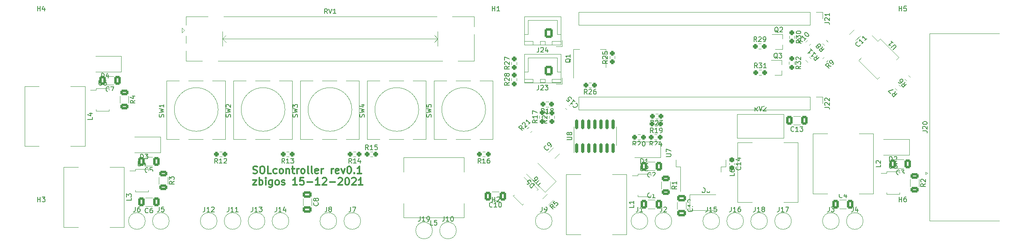
<source format=gbr>
%TF.GenerationSoftware,KiCad,Pcbnew,(5.99.0-7597-g9f5b12c7f7)*%
%TF.CreationDate,2021-12-15T12:43:45+01:00*%
%TF.ProjectId,controller,636f6e74-726f-46c6-9c65-722e6b696361,rev?*%
%TF.SameCoordinates,Original*%
%TF.FileFunction,Legend,Top*%
%TF.FilePolarity,Positive*%
%FSLAX46Y46*%
G04 Gerber Fmt 4.6, Leading zero omitted, Abs format (unit mm)*
G04 Created by KiCad (PCBNEW (5.99.0-7597-g9f5b12c7f7)) date 2021-12-15 12:43:45*
%MOMM*%
%LPD*%
G01*
G04 APERTURE LIST*
G04 Aperture macros list*
%AMRoundRect*
0 Rectangle with rounded corners*
0 $1 Rounding radius*
0 $2 $3 $4 $5 $6 $7 $8 $9 X,Y pos of 4 corners*
0 Add a 4 corners polygon primitive as box body*
4,1,4,$2,$3,$4,$5,$6,$7,$8,$9,$2,$3,0*
0 Add four circle primitives for the rounded corners*
1,1,$1+$1,$2,$3,0*
1,1,$1+$1,$4,$5,0*
1,1,$1+$1,$6,$7,0*
1,1,$1+$1,$8,$9,0*
0 Add four rect primitives between the rounded corners*
20,1,$1+$1,$2,$3,$4,$5,0*
20,1,$1+$1,$4,$5,$6,$7,0*
20,1,$1+$1,$6,$7,$8,$9,0*
20,1,$1+$1,$8,$9,$2,$3,0*%
%AMRotRect*
0 Rectangle, with rotation*
0 The origin of the aperture is its center*
0 $1 length*
0 $2 width*
0 $3 Rotation angle, in degrees counterclockwise*
0 Add horizontal line*
21,1,$1,$2,0,0,$3*%
G04 Aperture macros list end*
%ADD10C,0.300000*%
%ADD11C,0.150000*%
%ADD12C,0.120000*%
%ADD13RoundRect,0.237500X-0.344715X0.008839X0.008839X-0.344715X0.344715X-0.008839X-0.008839X0.344715X0*%
%ADD14RoundRect,0.237500X-0.237500X0.250000X-0.237500X-0.250000X0.237500X-0.250000X0.237500X0.250000X0*%
%ADD15RoundRect,0.237500X-0.250000X-0.237500X0.250000X-0.237500X0.250000X0.237500X-0.250000X0.237500X0*%
%ADD16R,0.900000X0.800000*%
%ADD17RoundRect,0.237500X0.237500X-0.250000X0.237500X0.250000X-0.237500X0.250000X-0.237500X-0.250000X0*%
%ADD18R,5.400000X2.900000*%
%ADD19RoundRect,0.250000X0.412500X0.650000X-0.412500X0.650000X-0.412500X-0.650000X0.412500X-0.650000X0*%
%ADD20RoundRect,0.250000X-0.650000X0.412500X-0.650000X-0.412500X0.650000X-0.412500X0.650000X0.412500X0*%
%ADD21R,1.500000X0.700000*%
%ADD22RoundRect,0.237500X0.250000X0.237500X-0.250000X0.237500X-0.250000X-0.237500X0.250000X-0.237500X0*%
%ADD23C,3.000000*%
%ADD24RoundRect,0.150000X-0.671751X0.459619X0.459619X-0.671751X0.671751X-0.459619X-0.459619X0.671751X0*%
%ADD25O,1.850000X3.048000*%
%ADD26RoundRect,0.237500X0.344715X-0.008839X-0.008839X0.344715X-0.344715X0.008839X0.008839X-0.344715X0*%
%ADD27R,2.500000X1.800000*%
%ADD28C,4.000000*%
%ADD29R,1.600000X1.600000*%
%ADD30C,1.600000*%
%ADD31R,1.100000X4.600000*%
%ADD32R,10.800000X9.400000*%
%ADD33RoundRect,0.250000X-0.625000X0.312500X-0.625000X-0.312500X0.625000X-0.312500X0.625000X0.312500X0*%
%ADD34RoundRect,0.150000X0.150000X-0.825000X0.150000X0.825000X-0.150000X0.825000X-0.150000X-0.825000X0*%
%ADD35RoundRect,0.200000X0.335876X0.053033X0.053033X0.335876X-0.335876X-0.053033X-0.053033X-0.335876X0*%
%ADD36RotRect,2.500000X1.800000X135.000000*%
%ADD37RoundRect,0.250000X-0.220971X0.662913X-0.662913X0.220971X0.220971X-0.662913X0.662913X-0.220971X0*%
%ADD38RoundRect,0.237500X-0.008839X-0.344715X0.344715X0.008839X0.008839X0.344715X-0.344715X-0.008839X0*%
%ADD39RoundRect,0.250000X0.600000X0.750000X-0.600000X0.750000X-0.600000X-0.750000X0.600000X-0.750000X0*%
%ADD40O,1.700000X2.000000*%
%ADD41C,3.500000*%
%ADD42C,1.440000*%
%ADD43RotRect,1.500000X0.700000X315.000000*%
%ADD44R,1.500000X2.000000*%
%ADD45R,3.800000X2.000000*%
%ADD46RoundRect,0.237500X-0.237500X0.300000X-0.237500X-0.300000X0.237500X-0.300000X0.237500X0.300000X0*%
%ADD47RoundRect,0.250000X-0.412500X-0.650000X0.412500X-0.650000X0.412500X0.650000X-0.412500X0.650000X0*%
%ADD48RoundRect,0.250000X0.167938X-0.751301X0.751301X-0.167938X-0.167938X0.751301X-0.751301X0.167938X0*%
%ADD49RoundRect,0.237500X-0.380070X0.044194X0.044194X-0.380070X0.380070X-0.044194X-0.044194X0.380070X0*%
%ADD50R,1.700000X1.700000*%
%ADD51O,1.700000X1.700000*%
%ADD52RoundRect,0.237500X0.008839X0.344715X-0.344715X-0.008839X-0.008839X-0.344715X0.344715X0.008839X0*%
%ADD53R,2.900000X5.400000*%
%ADD54R,1.750000X1.750000*%
%ADD55C,1.750000*%
%ADD56C,2.700000*%
%ADD57RoundRect,0.250000X-0.167938X0.751301X-0.751301X0.167938X0.167938X-0.751301X0.751301X-0.167938X0*%
G04 APERTURE END LIST*
D10*
X84280714Y-114949642D02*
X84495000Y-115021071D01*
X84852142Y-115021071D01*
X84995000Y-114949642D01*
X85066428Y-114878214D01*
X85137857Y-114735357D01*
X85137857Y-114592500D01*
X85066428Y-114449642D01*
X84995000Y-114378214D01*
X84852142Y-114306785D01*
X84566428Y-114235357D01*
X84423571Y-114163928D01*
X84352142Y-114092500D01*
X84280714Y-113949642D01*
X84280714Y-113806785D01*
X84352142Y-113663928D01*
X84423571Y-113592500D01*
X84566428Y-113521071D01*
X84923571Y-113521071D01*
X85137857Y-113592500D01*
X86066428Y-113521071D02*
X86352142Y-113521071D01*
X86495000Y-113592500D01*
X86637857Y-113735357D01*
X86709285Y-114021071D01*
X86709285Y-114521071D01*
X86637857Y-114806785D01*
X86495000Y-114949642D01*
X86352142Y-115021071D01*
X86066428Y-115021071D01*
X85923571Y-114949642D01*
X85780714Y-114806785D01*
X85709285Y-114521071D01*
X85709285Y-114021071D01*
X85780714Y-113735357D01*
X85923571Y-113592500D01*
X86066428Y-113521071D01*
X88066428Y-115021071D02*
X87352142Y-115021071D01*
X87352142Y-113521071D01*
X89209285Y-114949642D02*
X89066428Y-115021071D01*
X88780714Y-115021071D01*
X88637857Y-114949642D01*
X88566428Y-114878214D01*
X88495000Y-114735357D01*
X88495000Y-114306785D01*
X88566428Y-114163928D01*
X88637857Y-114092500D01*
X88780714Y-114021071D01*
X89066428Y-114021071D01*
X89209285Y-114092500D01*
X90066428Y-115021071D02*
X89923571Y-114949642D01*
X89852142Y-114878214D01*
X89780714Y-114735357D01*
X89780714Y-114306785D01*
X89852142Y-114163928D01*
X89923571Y-114092500D01*
X90066428Y-114021071D01*
X90280714Y-114021071D01*
X90423571Y-114092500D01*
X90495000Y-114163928D01*
X90566428Y-114306785D01*
X90566428Y-114735357D01*
X90495000Y-114878214D01*
X90423571Y-114949642D01*
X90280714Y-115021071D01*
X90066428Y-115021071D01*
X91209285Y-114021071D02*
X91209285Y-115021071D01*
X91209285Y-114163928D02*
X91280714Y-114092500D01*
X91423571Y-114021071D01*
X91637857Y-114021071D01*
X91780714Y-114092500D01*
X91852142Y-114235357D01*
X91852142Y-115021071D01*
X92352142Y-114021071D02*
X92923571Y-114021071D01*
X92566428Y-113521071D02*
X92566428Y-114806785D01*
X92637857Y-114949642D01*
X92780714Y-115021071D01*
X92923571Y-115021071D01*
X93423571Y-115021071D02*
X93423571Y-114021071D01*
X93423571Y-114306785D02*
X93495000Y-114163928D01*
X93566428Y-114092500D01*
X93709285Y-114021071D01*
X93852142Y-114021071D01*
X94566428Y-115021071D02*
X94423571Y-114949642D01*
X94352142Y-114878214D01*
X94280714Y-114735357D01*
X94280714Y-114306785D01*
X94352142Y-114163928D01*
X94423571Y-114092500D01*
X94566428Y-114021071D01*
X94780714Y-114021071D01*
X94923571Y-114092500D01*
X94995000Y-114163928D01*
X95066428Y-114306785D01*
X95066428Y-114735357D01*
X94995000Y-114878214D01*
X94923571Y-114949642D01*
X94780714Y-115021071D01*
X94566428Y-115021071D01*
X95923571Y-115021071D02*
X95780714Y-114949642D01*
X95709285Y-114806785D01*
X95709285Y-113521071D01*
X96709285Y-115021071D02*
X96566428Y-114949642D01*
X96495000Y-114806785D01*
X96495000Y-113521071D01*
X97852142Y-114949642D02*
X97709285Y-115021071D01*
X97423571Y-115021071D01*
X97280714Y-114949642D01*
X97209285Y-114806785D01*
X97209285Y-114235357D01*
X97280714Y-114092500D01*
X97423571Y-114021071D01*
X97709285Y-114021071D01*
X97852142Y-114092500D01*
X97923571Y-114235357D01*
X97923571Y-114378214D01*
X97209285Y-114521071D01*
X98566428Y-115021071D02*
X98566428Y-114021071D01*
X98566428Y-114306785D02*
X98637857Y-114163928D01*
X98709285Y-114092500D01*
X98852142Y-114021071D01*
X98995000Y-114021071D01*
X100637857Y-115021071D02*
X100637857Y-114021071D01*
X100637857Y-114306785D02*
X100709285Y-114163928D01*
X100780714Y-114092500D01*
X100923571Y-114021071D01*
X101066428Y-114021071D01*
X102137857Y-114949642D02*
X101995000Y-115021071D01*
X101709285Y-115021071D01*
X101566428Y-114949642D01*
X101495000Y-114806785D01*
X101495000Y-114235357D01*
X101566428Y-114092500D01*
X101709285Y-114021071D01*
X101995000Y-114021071D01*
X102137857Y-114092500D01*
X102209285Y-114235357D01*
X102209285Y-114378214D01*
X101495000Y-114521071D01*
X102709285Y-114021071D02*
X103066428Y-115021071D01*
X103423571Y-114021071D01*
X104280714Y-113521071D02*
X104423571Y-113521071D01*
X104566428Y-113592500D01*
X104637857Y-113663928D01*
X104709285Y-113806785D01*
X104780714Y-114092500D01*
X104780714Y-114449642D01*
X104709285Y-114735357D01*
X104637857Y-114878214D01*
X104566428Y-114949642D01*
X104423571Y-115021071D01*
X104280714Y-115021071D01*
X104137857Y-114949642D01*
X104066428Y-114878214D01*
X103995000Y-114735357D01*
X103923571Y-114449642D01*
X103923571Y-114092500D01*
X103995000Y-113806785D01*
X104066428Y-113663928D01*
X104137857Y-113592500D01*
X104280714Y-113521071D01*
X105423571Y-114878214D02*
X105495000Y-114949642D01*
X105423571Y-115021071D01*
X105352142Y-114949642D01*
X105423571Y-114878214D01*
X105423571Y-115021071D01*
X106923571Y-115021071D02*
X106066428Y-115021071D01*
X106495000Y-115021071D02*
X106495000Y-113521071D01*
X106352142Y-113735357D01*
X106209285Y-113878214D01*
X106066428Y-113949642D01*
X84209285Y-116436071D02*
X84995000Y-116436071D01*
X84209285Y-117436071D01*
X84995000Y-117436071D01*
X85566428Y-117436071D02*
X85566428Y-115936071D01*
X85566428Y-116507500D02*
X85709285Y-116436071D01*
X85995000Y-116436071D01*
X86137857Y-116507500D01*
X86209285Y-116578928D01*
X86280714Y-116721785D01*
X86280714Y-117150357D01*
X86209285Y-117293214D01*
X86137857Y-117364642D01*
X85995000Y-117436071D01*
X85709285Y-117436071D01*
X85566428Y-117364642D01*
X86923571Y-117436071D02*
X86923571Y-116436071D01*
X86923571Y-115936071D02*
X86852142Y-116007500D01*
X86923571Y-116078928D01*
X86995000Y-116007500D01*
X86923571Y-115936071D01*
X86923571Y-116078928D01*
X88280714Y-116436071D02*
X88280714Y-117650357D01*
X88209285Y-117793214D01*
X88137857Y-117864642D01*
X87995000Y-117936071D01*
X87780714Y-117936071D01*
X87637857Y-117864642D01*
X88280714Y-117364642D02*
X88137857Y-117436071D01*
X87852142Y-117436071D01*
X87709285Y-117364642D01*
X87637857Y-117293214D01*
X87566428Y-117150357D01*
X87566428Y-116721785D01*
X87637857Y-116578928D01*
X87709285Y-116507500D01*
X87852142Y-116436071D01*
X88137857Y-116436071D01*
X88280714Y-116507500D01*
X89209285Y-117436071D02*
X89066428Y-117364642D01*
X88995000Y-117293214D01*
X88923571Y-117150357D01*
X88923571Y-116721785D01*
X88995000Y-116578928D01*
X89066428Y-116507500D01*
X89209285Y-116436071D01*
X89423571Y-116436071D01*
X89566428Y-116507500D01*
X89637857Y-116578928D01*
X89709285Y-116721785D01*
X89709285Y-117150357D01*
X89637857Y-117293214D01*
X89566428Y-117364642D01*
X89423571Y-117436071D01*
X89209285Y-117436071D01*
X90280714Y-117364642D02*
X90423571Y-117436071D01*
X90709285Y-117436071D01*
X90852142Y-117364642D01*
X90923571Y-117221785D01*
X90923571Y-117150357D01*
X90852142Y-117007500D01*
X90709285Y-116936071D01*
X90495000Y-116936071D01*
X90352142Y-116864642D01*
X90280714Y-116721785D01*
X90280714Y-116650357D01*
X90352142Y-116507500D01*
X90495000Y-116436071D01*
X90709285Y-116436071D01*
X90852142Y-116507500D01*
X93495000Y-117436071D02*
X92637857Y-117436071D01*
X93066428Y-117436071D02*
X93066428Y-115936071D01*
X92923571Y-116150357D01*
X92780714Y-116293214D01*
X92637857Y-116364642D01*
X94852142Y-115936071D02*
X94137857Y-115936071D01*
X94066428Y-116650357D01*
X94137857Y-116578928D01*
X94280714Y-116507500D01*
X94637857Y-116507500D01*
X94780714Y-116578928D01*
X94852142Y-116650357D01*
X94923571Y-116793214D01*
X94923571Y-117150357D01*
X94852142Y-117293214D01*
X94780714Y-117364642D01*
X94637857Y-117436071D01*
X94280714Y-117436071D01*
X94137857Y-117364642D01*
X94066428Y-117293214D01*
X95566428Y-116864642D02*
X96709285Y-116864642D01*
X98209285Y-117436071D02*
X97352142Y-117436071D01*
X97780714Y-117436071D02*
X97780714Y-115936071D01*
X97637857Y-116150357D01*
X97495000Y-116293214D01*
X97352142Y-116364642D01*
X98780714Y-116078928D02*
X98852142Y-116007500D01*
X98995000Y-115936071D01*
X99352142Y-115936071D01*
X99495000Y-116007500D01*
X99566428Y-116078928D01*
X99637857Y-116221785D01*
X99637857Y-116364642D01*
X99566428Y-116578928D01*
X98709285Y-117436071D01*
X99637857Y-117436071D01*
X100280714Y-116864642D02*
X101423571Y-116864642D01*
X102066428Y-116078928D02*
X102137857Y-116007500D01*
X102280714Y-115936071D01*
X102637857Y-115936071D01*
X102780714Y-116007500D01*
X102852142Y-116078928D01*
X102923571Y-116221785D01*
X102923571Y-116364642D01*
X102852142Y-116578928D01*
X101995000Y-117436071D01*
X102923571Y-117436071D01*
X103852142Y-115936071D02*
X103995000Y-115936071D01*
X104137857Y-116007500D01*
X104209285Y-116078928D01*
X104280714Y-116221785D01*
X104352142Y-116507500D01*
X104352142Y-116864642D01*
X104280714Y-117150357D01*
X104209285Y-117293214D01*
X104137857Y-117364642D01*
X103995000Y-117436071D01*
X103852142Y-117436071D01*
X103709285Y-117364642D01*
X103637857Y-117293214D01*
X103566428Y-117150357D01*
X103495000Y-116864642D01*
X103495000Y-116507500D01*
X103566428Y-116221785D01*
X103637857Y-116078928D01*
X103709285Y-116007500D01*
X103852142Y-115936071D01*
X104923571Y-116078928D02*
X104995000Y-116007500D01*
X105137857Y-115936071D01*
X105495000Y-115936071D01*
X105637857Y-116007500D01*
X105709285Y-116078928D01*
X105780714Y-116221785D01*
X105780714Y-116364642D01*
X105709285Y-116578928D01*
X104852142Y-117436071D01*
X105780714Y-117436071D01*
X107209285Y-117436071D02*
X106352142Y-117436071D01*
X106780714Y-117436071D02*
X106780714Y-115936071D01*
X106637857Y-116150357D01*
X106495000Y-116293214D01*
X106352142Y-116364642D01*
D11*
%TO.C,R11*%
X202085613Y-90223524D02*
X201984598Y-90795943D01*
X202489674Y-90627585D02*
X201782567Y-91334691D01*
X201513193Y-91065317D01*
X201479521Y-90964302D01*
X201479521Y-90896959D01*
X201513193Y-90795943D01*
X201614208Y-90694928D01*
X201715224Y-90661256D01*
X201782567Y-90661256D01*
X201883582Y-90694928D01*
X202152956Y-90964302D01*
X201412178Y-89550088D02*
X201816239Y-89954149D01*
X201614208Y-89752119D02*
X200907101Y-90459226D01*
X201075460Y-90425554D01*
X201210147Y-90425554D01*
X201311163Y-90459226D01*
X200738743Y-88876653D02*
X201142804Y-89280714D01*
X200940773Y-89078684D02*
X200233666Y-89785791D01*
X200402025Y-89752119D01*
X200536712Y-89752119D01*
X200637727Y-89785791D01*
%TO.C,R32*%
X198682380Y-92492857D02*
X198206190Y-92826190D01*
X198682380Y-93064285D02*
X197682380Y-93064285D01*
X197682380Y-92683333D01*
X197730000Y-92588095D01*
X197777619Y-92540476D01*
X197872857Y-92492857D01*
X198015714Y-92492857D01*
X198110952Y-92540476D01*
X198158571Y-92588095D01*
X198206190Y-92683333D01*
X198206190Y-93064285D01*
X197682380Y-92159523D02*
X197682380Y-91540476D01*
X198063333Y-91873809D01*
X198063333Y-91730952D01*
X198110952Y-91635714D01*
X198158571Y-91588095D01*
X198253809Y-91540476D01*
X198491904Y-91540476D01*
X198587142Y-91588095D01*
X198634761Y-91635714D01*
X198682380Y-91730952D01*
X198682380Y-92016666D01*
X198634761Y-92111904D01*
X198587142Y-92159523D01*
X197777619Y-91159523D02*
X197730000Y-91111904D01*
X197682380Y-91016666D01*
X197682380Y-90778571D01*
X197730000Y-90683333D01*
X197777619Y-90635714D01*
X197872857Y-90588095D01*
X197968095Y-90588095D01*
X198110952Y-90635714D01*
X198682380Y-91207142D01*
X198682380Y-90588095D01*
%TO.C,R31*%
X189607142Y-92872380D02*
X189273809Y-92396190D01*
X189035714Y-92872380D02*
X189035714Y-91872380D01*
X189416666Y-91872380D01*
X189511904Y-91920000D01*
X189559523Y-91967619D01*
X189607142Y-92062857D01*
X189607142Y-92205714D01*
X189559523Y-92300952D01*
X189511904Y-92348571D01*
X189416666Y-92396190D01*
X189035714Y-92396190D01*
X189940476Y-91872380D02*
X190559523Y-91872380D01*
X190226190Y-92253333D01*
X190369047Y-92253333D01*
X190464285Y-92300952D01*
X190511904Y-92348571D01*
X190559523Y-92443809D01*
X190559523Y-92681904D01*
X190511904Y-92777142D01*
X190464285Y-92824761D01*
X190369047Y-92872380D01*
X190083333Y-92872380D01*
X189988095Y-92824761D01*
X189940476Y-92777142D01*
X191511904Y-92872380D02*
X190940476Y-92872380D01*
X191226190Y-92872380D02*
X191226190Y-91872380D01*
X191130952Y-92015238D01*
X191035714Y-92110476D01*
X190940476Y-92158095D01*
%TO.C,R30*%
X198732380Y-87042857D02*
X198256190Y-87376190D01*
X198732380Y-87614285D02*
X197732380Y-87614285D01*
X197732380Y-87233333D01*
X197780000Y-87138095D01*
X197827619Y-87090476D01*
X197922857Y-87042857D01*
X198065714Y-87042857D01*
X198160952Y-87090476D01*
X198208571Y-87138095D01*
X198256190Y-87233333D01*
X198256190Y-87614285D01*
X197732380Y-86709523D02*
X197732380Y-86090476D01*
X198113333Y-86423809D01*
X198113333Y-86280952D01*
X198160952Y-86185714D01*
X198208571Y-86138095D01*
X198303809Y-86090476D01*
X198541904Y-86090476D01*
X198637142Y-86138095D01*
X198684761Y-86185714D01*
X198732380Y-86280952D01*
X198732380Y-86566666D01*
X198684761Y-86661904D01*
X198637142Y-86709523D01*
X197732380Y-85471428D02*
X197732380Y-85376190D01*
X197780000Y-85280952D01*
X197827619Y-85233333D01*
X197922857Y-85185714D01*
X198113333Y-85138095D01*
X198351428Y-85138095D01*
X198541904Y-85185714D01*
X198637142Y-85233333D01*
X198684761Y-85280952D01*
X198732380Y-85376190D01*
X198732380Y-85471428D01*
X198684761Y-85566666D01*
X198637142Y-85614285D01*
X198541904Y-85661904D01*
X198351428Y-85709523D01*
X198113333Y-85709523D01*
X197922857Y-85661904D01*
X197827619Y-85614285D01*
X197780000Y-85566666D01*
X197732380Y-85471428D01*
%TO.C,R29*%
X189507142Y-87372380D02*
X189173809Y-86896190D01*
X188935714Y-87372380D02*
X188935714Y-86372380D01*
X189316666Y-86372380D01*
X189411904Y-86420000D01*
X189459523Y-86467619D01*
X189507142Y-86562857D01*
X189507142Y-86705714D01*
X189459523Y-86800952D01*
X189411904Y-86848571D01*
X189316666Y-86896190D01*
X188935714Y-86896190D01*
X189888095Y-86467619D02*
X189935714Y-86420000D01*
X190030952Y-86372380D01*
X190269047Y-86372380D01*
X190364285Y-86420000D01*
X190411904Y-86467619D01*
X190459523Y-86562857D01*
X190459523Y-86658095D01*
X190411904Y-86800952D01*
X189840476Y-87372380D01*
X190459523Y-87372380D01*
X190935714Y-87372380D02*
X191126190Y-87372380D01*
X191221428Y-87324761D01*
X191269047Y-87277142D01*
X191364285Y-87134285D01*
X191411904Y-86943809D01*
X191411904Y-86562857D01*
X191364285Y-86467619D01*
X191316666Y-86420000D01*
X191221428Y-86372380D01*
X191030952Y-86372380D01*
X190935714Y-86420000D01*
X190888095Y-86467619D01*
X190840476Y-86562857D01*
X190840476Y-86800952D01*
X190888095Y-86896190D01*
X190935714Y-86943809D01*
X191030952Y-86991428D01*
X191221428Y-86991428D01*
X191316666Y-86943809D01*
X191364285Y-86896190D01*
X191411904Y-86800952D01*
%TO.C,Q3*%
X193854761Y-90897619D02*
X193759523Y-90850000D01*
X193664285Y-90754761D01*
X193521428Y-90611904D01*
X193426190Y-90564285D01*
X193330952Y-90564285D01*
X193378571Y-90802380D02*
X193283333Y-90754761D01*
X193188095Y-90659523D01*
X193140476Y-90469047D01*
X193140476Y-90135714D01*
X193188095Y-89945238D01*
X193283333Y-89850000D01*
X193378571Y-89802380D01*
X193569047Y-89802380D01*
X193664285Y-89850000D01*
X193759523Y-89945238D01*
X193807142Y-90135714D01*
X193807142Y-90469047D01*
X193759523Y-90659523D01*
X193664285Y-90754761D01*
X193569047Y-90802380D01*
X193378571Y-90802380D01*
X194140476Y-89802380D02*
X194759523Y-89802380D01*
X194426190Y-90183333D01*
X194569047Y-90183333D01*
X194664285Y-90230952D01*
X194711904Y-90278571D01*
X194759523Y-90373809D01*
X194759523Y-90611904D01*
X194711904Y-90707142D01*
X194664285Y-90754761D01*
X194569047Y-90802380D01*
X194283333Y-90802380D01*
X194188095Y-90754761D01*
X194140476Y-90707142D01*
%TO.C,Q2*%
X194004761Y-85447619D02*
X193909523Y-85400000D01*
X193814285Y-85304761D01*
X193671428Y-85161904D01*
X193576190Y-85114285D01*
X193480952Y-85114285D01*
X193528571Y-85352380D02*
X193433333Y-85304761D01*
X193338095Y-85209523D01*
X193290476Y-85019047D01*
X193290476Y-84685714D01*
X193338095Y-84495238D01*
X193433333Y-84400000D01*
X193528571Y-84352380D01*
X193719047Y-84352380D01*
X193814285Y-84400000D01*
X193909523Y-84495238D01*
X193957142Y-84685714D01*
X193957142Y-85019047D01*
X193909523Y-85209523D01*
X193814285Y-85304761D01*
X193719047Y-85352380D01*
X193528571Y-85352380D01*
X194338095Y-84447619D02*
X194385714Y-84400000D01*
X194480952Y-84352380D01*
X194719047Y-84352380D01*
X194814285Y-84400000D01*
X194861904Y-84447619D01*
X194909523Y-84542857D01*
X194909523Y-84638095D01*
X194861904Y-84780952D01*
X194290476Y-85352380D01*
X194909523Y-85352380D01*
%TO.C,R28*%
X137822380Y-95942857D02*
X137346190Y-96276190D01*
X137822380Y-96514285D02*
X136822380Y-96514285D01*
X136822380Y-96133333D01*
X136870000Y-96038095D01*
X136917619Y-95990476D01*
X137012857Y-95942857D01*
X137155714Y-95942857D01*
X137250952Y-95990476D01*
X137298571Y-96038095D01*
X137346190Y-96133333D01*
X137346190Y-96514285D01*
X136917619Y-95561904D02*
X136870000Y-95514285D01*
X136822380Y-95419047D01*
X136822380Y-95180952D01*
X136870000Y-95085714D01*
X136917619Y-95038095D01*
X137012857Y-94990476D01*
X137108095Y-94990476D01*
X137250952Y-95038095D01*
X137822380Y-95609523D01*
X137822380Y-94990476D01*
X137250952Y-94419047D02*
X137203333Y-94514285D01*
X137155714Y-94561904D01*
X137060476Y-94609523D01*
X137012857Y-94609523D01*
X136917619Y-94561904D01*
X136870000Y-94514285D01*
X136822380Y-94419047D01*
X136822380Y-94228571D01*
X136870000Y-94133333D01*
X136917619Y-94085714D01*
X137012857Y-94038095D01*
X137060476Y-94038095D01*
X137155714Y-94085714D01*
X137203333Y-94133333D01*
X137250952Y-94228571D01*
X137250952Y-94419047D01*
X137298571Y-94514285D01*
X137346190Y-94561904D01*
X137441428Y-94609523D01*
X137631904Y-94609523D01*
X137727142Y-94561904D01*
X137774761Y-94514285D01*
X137822380Y-94419047D01*
X137822380Y-94228571D01*
X137774761Y-94133333D01*
X137727142Y-94085714D01*
X137631904Y-94038095D01*
X137441428Y-94038095D01*
X137346190Y-94085714D01*
X137298571Y-94133333D01*
X137250952Y-94228571D01*
%TO.C,R27*%
X137822380Y-92542857D02*
X137346190Y-92876190D01*
X137822380Y-93114285D02*
X136822380Y-93114285D01*
X136822380Y-92733333D01*
X136870000Y-92638095D01*
X136917619Y-92590476D01*
X137012857Y-92542857D01*
X137155714Y-92542857D01*
X137250952Y-92590476D01*
X137298571Y-92638095D01*
X137346190Y-92733333D01*
X137346190Y-93114285D01*
X136917619Y-92161904D02*
X136870000Y-92114285D01*
X136822380Y-92019047D01*
X136822380Y-91780952D01*
X136870000Y-91685714D01*
X136917619Y-91638095D01*
X137012857Y-91590476D01*
X137108095Y-91590476D01*
X137250952Y-91638095D01*
X137822380Y-92209523D01*
X137822380Y-91590476D01*
X136822380Y-91257142D02*
X136822380Y-90590476D01*
X137822380Y-91019047D01*
%TO.C,L3*%
X58852380Y-120166666D02*
X58852380Y-120642857D01*
X57852380Y-120642857D01*
X57852380Y-119928571D02*
X57852380Y-119309523D01*
X58233333Y-119642857D01*
X58233333Y-119500000D01*
X58280952Y-119404761D01*
X58328571Y-119357142D01*
X58423809Y-119309523D01*
X58661904Y-119309523D01*
X58757142Y-119357142D01*
X58804761Y-119404761D01*
X58852380Y-119500000D01*
X58852380Y-119785714D01*
X58804761Y-119880952D01*
X58757142Y-119928571D01*
%TO.C,C10*%
X134257142Y-122007142D02*
X134209523Y-122054761D01*
X134066666Y-122102380D01*
X133971428Y-122102380D01*
X133828571Y-122054761D01*
X133733333Y-121959523D01*
X133685714Y-121864285D01*
X133638095Y-121673809D01*
X133638095Y-121530952D01*
X133685714Y-121340476D01*
X133733333Y-121245238D01*
X133828571Y-121150000D01*
X133971428Y-121102380D01*
X134066666Y-121102380D01*
X134209523Y-121150000D01*
X134257142Y-121197619D01*
X135209523Y-122102380D02*
X134638095Y-122102380D01*
X134923809Y-122102380D02*
X134923809Y-121102380D01*
X134828571Y-121245238D01*
X134733333Y-121340476D01*
X134638095Y-121388095D01*
X135828571Y-121102380D02*
X135923809Y-121102380D01*
X136019047Y-121150000D01*
X136066666Y-121197619D01*
X136114285Y-121292857D01*
X136161904Y-121483333D01*
X136161904Y-121721428D01*
X136114285Y-121911904D01*
X136066666Y-122007142D01*
X136019047Y-122054761D01*
X135923809Y-122102380D01*
X135828571Y-122102380D01*
X135733333Y-122054761D01*
X135685714Y-122007142D01*
X135638095Y-121911904D01*
X135590476Y-121721428D01*
X135590476Y-121483333D01*
X135638095Y-121292857D01*
X135685714Y-121197619D01*
X135733333Y-121150000D01*
X135828571Y-121102380D01*
%TO.C,C3*%
X219333333Y-115207142D02*
X219285714Y-115254761D01*
X219142857Y-115302380D01*
X219047619Y-115302380D01*
X218904761Y-115254761D01*
X218809523Y-115159523D01*
X218761904Y-115064285D01*
X218714285Y-114873809D01*
X218714285Y-114730952D01*
X218761904Y-114540476D01*
X218809523Y-114445238D01*
X218904761Y-114350000D01*
X219047619Y-114302380D01*
X219142857Y-114302380D01*
X219285714Y-114350000D01*
X219333333Y-114397619D01*
X219666666Y-114302380D02*
X220285714Y-114302380D01*
X219952380Y-114683333D01*
X220095238Y-114683333D01*
X220190476Y-114730952D01*
X220238095Y-114778571D01*
X220285714Y-114873809D01*
X220285714Y-115111904D01*
X220238095Y-115207142D01*
X220190476Y-115254761D01*
X220095238Y-115302380D01*
X219809523Y-115302380D01*
X219714285Y-115254761D01*
X219666666Y-115207142D01*
%TO.C,C12*%
X176019342Y-122410457D02*
X176066961Y-122458076D01*
X176114580Y-122600933D01*
X176114580Y-122696171D01*
X176066961Y-122839028D01*
X175971723Y-122934266D01*
X175876485Y-122981885D01*
X175686009Y-123029504D01*
X175543152Y-123029504D01*
X175352676Y-122981885D01*
X175257438Y-122934266D01*
X175162200Y-122839028D01*
X175114580Y-122696171D01*
X175114580Y-122600933D01*
X175162200Y-122458076D01*
X175209819Y-122410457D01*
X176114580Y-121458076D02*
X176114580Y-122029504D01*
X176114580Y-121743790D02*
X175114580Y-121743790D01*
X175257438Y-121839028D01*
X175352676Y-121934266D01*
X175400295Y-122029504D01*
X175209819Y-121077123D02*
X175162200Y-121029504D01*
X175114580Y-120934266D01*
X175114580Y-120696171D01*
X175162200Y-120600933D01*
X175209819Y-120553314D01*
X175305057Y-120505695D01*
X175400295Y-120505695D01*
X175543152Y-120553314D01*
X176114580Y-121124742D01*
X176114580Y-120505695D01*
%TO.C,U5*%
X52088095Y-95477380D02*
X52088095Y-96286904D01*
X52135714Y-96382142D01*
X52183333Y-96429761D01*
X52278571Y-96477380D01*
X52469047Y-96477380D01*
X52564285Y-96429761D01*
X52611904Y-96382142D01*
X52659523Y-96286904D01*
X52659523Y-95477380D01*
X53611904Y-95477380D02*
X53135714Y-95477380D01*
X53088095Y-95953571D01*
X53135714Y-95905952D01*
X53230952Y-95858333D01*
X53469047Y-95858333D01*
X53564285Y-95905952D01*
X53611904Y-95953571D01*
X53659523Y-96048809D01*
X53659523Y-96286904D01*
X53611904Y-96382142D01*
X53564285Y-96429761D01*
X53469047Y-96477380D01*
X53230952Y-96477380D01*
X53135714Y-96429761D01*
X53088095Y-96382142D01*
%TO.C,R18*%
X145094642Y-102407380D02*
X144761309Y-101931190D01*
X144523214Y-102407380D02*
X144523214Y-101407380D01*
X144904166Y-101407380D01*
X144999404Y-101455000D01*
X145047023Y-101502619D01*
X145094642Y-101597857D01*
X145094642Y-101740714D01*
X145047023Y-101835952D01*
X144999404Y-101883571D01*
X144904166Y-101931190D01*
X144523214Y-101931190D01*
X146047023Y-102407380D02*
X145475595Y-102407380D01*
X145761309Y-102407380D02*
X145761309Y-101407380D01*
X145666071Y-101550238D01*
X145570833Y-101645476D01*
X145475595Y-101693095D01*
X146618452Y-101835952D02*
X146523214Y-101788333D01*
X146475595Y-101740714D01*
X146427976Y-101645476D01*
X146427976Y-101597857D01*
X146475595Y-101502619D01*
X146523214Y-101455000D01*
X146618452Y-101407380D01*
X146808928Y-101407380D01*
X146904166Y-101455000D01*
X146951785Y-101502619D01*
X146999404Y-101597857D01*
X146999404Y-101645476D01*
X146951785Y-101740714D01*
X146904166Y-101788333D01*
X146808928Y-101835952D01*
X146618452Y-101835952D01*
X146523214Y-101883571D01*
X146475595Y-101931190D01*
X146427976Y-102026428D01*
X146427976Y-102216904D01*
X146475595Y-102312142D01*
X146523214Y-102359761D01*
X146618452Y-102407380D01*
X146808928Y-102407380D01*
X146904166Y-102359761D01*
X146951785Y-102312142D01*
X146999404Y-102216904D01*
X146999404Y-102026428D01*
X146951785Y-101931190D01*
X146904166Y-101883571D01*
X146808928Y-101835952D01*
%TO.C,J1*%
X164666666Y-122054380D02*
X164666666Y-122768666D01*
X164619047Y-122911523D01*
X164523809Y-123006761D01*
X164380952Y-123054380D01*
X164285714Y-123054380D01*
X165666666Y-123054380D02*
X165095238Y-123054380D01*
X165380952Y-123054380D02*
X165380952Y-122054380D01*
X165285714Y-122197238D01*
X165190476Y-122292476D01*
X165095238Y-122340095D01*
%TO.C,U1*%
X218015304Y-89062191D02*
X218587724Y-88489771D01*
X218621396Y-88388756D01*
X218621396Y-88321412D01*
X218587724Y-88220397D01*
X218453037Y-88085710D01*
X218352022Y-88052038D01*
X218284678Y-88052038D01*
X218183663Y-88085710D01*
X217611243Y-88658130D01*
X217611243Y-87243916D02*
X218015304Y-87647977D01*
X217813274Y-87445947D02*
X217106167Y-88153053D01*
X217274526Y-88119382D01*
X217409213Y-88119382D01*
X217510228Y-88153053D01*
%TO.C,SW2*%
X79564761Y-103203333D02*
X79612380Y-103060476D01*
X79612380Y-102822380D01*
X79564761Y-102727142D01*
X79517142Y-102679523D01*
X79421904Y-102631904D01*
X79326666Y-102631904D01*
X79231428Y-102679523D01*
X79183809Y-102727142D01*
X79136190Y-102822380D01*
X79088571Y-103012857D01*
X79040952Y-103108095D01*
X78993333Y-103155714D01*
X78898095Y-103203333D01*
X78802857Y-103203333D01*
X78707619Y-103155714D01*
X78660000Y-103108095D01*
X78612380Y-103012857D01*
X78612380Y-102774761D01*
X78660000Y-102631904D01*
X78612380Y-102298571D02*
X79612380Y-102060476D01*
X78898095Y-101870000D01*
X79612380Y-101679523D01*
X78612380Y-101441428D01*
X78707619Y-101108095D02*
X78660000Y-101060476D01*
X78612380Y-100965238D01*
X78612380Y-100727142D01*
X78660000Y-100631904D01*
X78707619Y-100584285D01*
X78802857Y-100536666D01*
X78898095Y-100536666D01*
X79040952Y-100584285D01*
X79612380Y-101155714D01*
X79612380Y-100536666D01*
%TO.C,SW1*%
X65594761Y-103203333D02*
X65642380Y-103060476D01*
X65642380Y-102822380D01*
X65594761Y-102727142D01*
X65547142Y-102679523D01*
X65451904Y-102631904D01*
X65356666Y-102631904D01*
X65261428Y-102679523D01*
X65213809Y-102727142D01*
X65166190Y-102822380D01*
X65118571Y-103012857D01*
X65070952Y-103108095D01*
X65023333Y-103155714D01*
X64928095Y-103203333D01*
X64832857Y-103203333D01*
X64737619Y-103155714D01*
X64690000Y-103108095D01*
X64642380Y-103012857D01*
X64642380Y-102774761D01*
X64690000Y-102631904D01*
X64642380Y-102298571D02*
X65642380Y-102060476D01*
X64928095Y-101870000D01*
X65642380Y-101679523D01*
X64642380Y-101441428D01*
X65642380Y-100536666D02*
X65642380Y-101108095D01*
X65642380Y-100822380D02*
X64642380Y-100822380D01*
X64785238Y-100917619D01*
X64880476Y-101012857D01*
X64928095Y-101108095D01*
%TO.C,J7*%
X104666666Y-122054380D02*
X104666666Y-122768666D01*
X104619047Y-122911523D01*
X104523809Y-123006761D01*
X104380952Y-123054380D01*
X104285714Y-123054380D01*
X105047619Y-122054380D02*
X105714285Y-122054380D01*
X105285714Y-123054380D01*
%TO.C,R8*%
X203226569Y-88409132D02*
X203125554Y-88981552D01*
X203630630Y-88813193D02*
X202923524Y-89520300D01*
X202654149Y-89250926D01*
X202620478Y-89149911D01*
X202620478Y-89082567D01*
X202654149Y-88981552D01*
X202755165Y-88880537D01*
X202856180Y-88846865D01*
X202923524Y-88846865D01*
X203024539Y-88880537D01*
X203293913Y-89149911D01*
X202418447Y-88409132D02*
X202452119Y-88510147D01*
X202452119Y-88577491D01*
X202418447Y-88678506D01*
X202384775Y-88712178D01*
X202283760Y-88745850D01*
X202216417Y-88745850D01*
X202115401Y-88712178D01*
X201980714Y-88577491D01*
X201947043Y-88476475D01*
X201947043Y-88409132D01*
X201980714Y-88308117D01*
X202014386Y-88274445D01*
X202115401Y-88240773D01*
X202182745Y-88240773D01*
X202283760Y-88274445D01*
X202418447Y-88409132D01*
X202519462Y-88442804D01*
X202586806Y-88442804D01*
X202687821Y-88409132D01*
X202822508Y-88274445D01*
X202856180Y-88173430D01*
X202856180Y-88106086D01*
X202822508Y-88005071D01*
X202687821Y-87870384D01*
X202586806Y-87836712D01*
X202519462Y-87836712D01*
X202418447Y-87870384D01*
X202283760Y-88005071D01*
X202250088Y-88106086D01*
X202250088Y-88173430D01*
X202283760Y-88274445D01*
%TO.C,J3*%
X204666666Y-122054380D02*
X204666666Y-122768666D01*
X204619047Y-122911523D01*
X204523809Y-123006761D01*
X204380952Y-123054380D01*
X204285714Y-123054380D01*
X205047619Y-122054380D02*
X205666666Y-122054380D01*
X205333333Y-122435333D01*
X205476190Y-122435333D01*
X205571428Y-122482952D01*
X205619047Y-122530571D01*
X205666666Y-122625809D01*
X205666666Y-122863904D01*
X205619047Y-122959142D01*
X205571428Y-123006761D01*
X205476190Y-123054380D01*
X205190476Y-123054380D01*
X205095238Y-123006761D01*
X205047619Y-122959142D01*
%TO.C,R26*%
X154057142Y-98382380D02*
X153723809Y-97906190D01*
X153485714Y-98382380D02*
X153485714Y-97382380D01*
X153866666Y-97382380D01*
X153961904Y-97430000D01*
X154009523Y-97477619D01*
X154057142Y-97572857D01*
X154057142Y-97715714D01*
X154009523Y-97810952D01*
X153961904Y-97858571D01*
X153866666Y-97906190D01*
X153485714Y-97906190D01*
X154438095Y-97477619D02*
X154485714Y-97430000D01*
X154580952Y-97382380D01*
X154819047Y-97382380D01*
X154914285Y-97430000D01*
X154961904Y-97477619D01*
X155009523Y-97572857D01*
X155009523Y-97668095D01*
X154961904Y-97810952D01*
X154390476Y-98382380D01*
X155009523Y-98382380D01*
X155866666Y-97382380D02*
X155676190Y-97382380D01*
X155580952Y-97430000D01*
X155533333Y-97477619D01*
X155438095Y-97620476D01*
X155390476Y-97810952D01*
X155390476Y-98191904D01*
X155438095Y-98287142D01*
X155485714Y-98334761D01*
X155580952Y-98382380D01*
X155771428Y-98382380D01*
X155866666Y-98334761D01*
X155914285Y-98287142D01*
X155961904Y-98191904D01*
X155961904Y-97953809D01*
X155914285Y-97858571D01*
X155866666Y-97810952D01*
X155771428Y-97763333D01*
X155580952Y-97763333D01*
X155485714Y-97810952D01*
X155438095Y-97858571D01*
X155390476Y-97953809D01*
%TO.C,R22*%
X145697380Y-103867857D02*
X145221190Y-104201190D01*
X145697380Y-104439285D02*
X144697380Y-104439285D01*
X144697380Y-104058333D01*
X144745000Y-103963095D01*
X144792619Y-103915476D01*
X144887857Y-103867857D01*
X145030714Y-103867857D01*
X145125952Y-103915476D01*
X145173571Y-103963095D01*
X145221190Y-104058333D01*
X145221190Y-104439285D01*
X144792619Y-103486904D02*
X144745000Y-103439285D01*
X144697380Y-103344047D01*
X144697380Y-103105952D01*
X144745000Y-103010714D01*
X144792619Y-102963095D01*
X144887857Y-102915476D01*
X144983095Y-102915476D01*
X145125952Y-102963095D01*
X145697380Y-103534523D01*
X145697380Y-102915476D01*
X144792619Y-102534523D02*
X144745000Y-102486904D01*
X144697380Y-102391666D01*
X144697380Y-102153571D01*
X144745000Y-102058333D01*
X144792619Y-102010714D01*
X144887857Y-101963095D01*
X144983095Y-101963095D01*
X145125952Y-102010714D01*
X145697380Y-102582142D01*
X145697380Y-101963095D01*
%TO.C,L4*%
X50702380Y-103191666D02*
X50702380Y-103667857D01*
X49702380Y-103667857D01*
X50035714Y-102429761D02*
X50702380Y-102429761D01*
X49654761Y-102667857D02*
X50369047Y-102905952D01*
X50369047Y-102286904D01*
%TO.C,D4*%
X52611904Y-94977380D02*
X52611904Y-93977380D01*
X52850000Y-93977380D01*
X52992857Y-94025000D01*
X53088095Y-94120238D01*
X53135714Y-94215476D01*
X53183333Y-94405952D01*
X53183333Y-94548809D01*
X53135714Y-94739285D01*
X53088095Y-94834523D01*
X52992857Y-94929761D01*
X52850000Y-94977380D01*
X52611904Y-94977380D01*
X54040476Y-94310714D02*
X54040476Y-94977380D01*
X53802380Y-93929761D02*
X53564285Y-94644047D01*
X54183333Y-94644047D01*
%TO.C,SW3*%
X93534761Y-103203333D02*
X93582380Y-103060476D01*
X93582380Y-102822380D01*
X93534761Y-102727142D01*
X93487142Y-102679523D01*
X93391904Y-102631904D01*
X93296666Y-102631904D01*
X93201428Y-102679523D01*
X93153809Y-102727142D01*
X93106190Y-102822380D01*
X93058571Y-103012857D01*
X93010952Y-103108095D01*
X92963333Y-103155714D01*
X92868095Y-103203333D01*
X92772857Y-103203333D01*
X92677619Y-103155714D01*
X92630000Y-103108095D01*
X92582380Y-103012857D01*
X92582380Y-102774761D01*
X92630000Y-102631904D01*
X92582380Y-102298571D02*
X93582380Y-102060476D01*
X92868095Y-101870000D01*
X93582380Y-101679523D01*
X92582380Y-101441428D01*
X92582380Y-101155714D02*
X92582380Y-100536666D01*
X92963333Y-100870000D01*
X92963333Y-100727142D01*
X93010952Y-100631904D01*
X93058571Y-100584285D01*
X93153809Y-100536666D01*
X93391904Y-100536666D01*
X93487142Y-100584285D01*
X93534761Y-100631904D01*
X93582380Y-100727142D01*
X93582380Y-101012857D01*
X93534761Y-101108095D01*
X93487142Y-101155714D01*
%TO.C,J20*%
X224152380Y-106114523D02*
X224866666Y-106114523D01*
X225009523Y-106162142D01*
X225104761Y-106257380D01*
X225152380Y-106400238D01*
X225152380Y-106495476D01*
X224247619Y-105685952D02*
X224200000Y-105638333D01*
X224152380Y-105543095D01*
X224152380Y-105305000D01*
X224200000Y-105209761D01*
X224247619Y-105162142D01*
X224342857Y-105114523D01*
X224438095Y-105114523D01*
X224580952Y-105162142D01*
X225152380Y-105733571D01*
X225152380Y-105114523D01*
X224152380Y-104495476D02*
X224152380Y-104400238D01*
X224200000Y-104305000D01*
X224247619Y-104257380D01*
X224342857Y-104209761D01*
X224533333Y-104162142D01*
X224771428Y-104162142D01*
X224961904Y-104209761D01*
X225057142Y-104257380D01*
X225104761Y-104305000D01*
X225152380Y-104400238D01*
X225152380Y-104495476D01*
X225104761Y-104590714D01*
X225057142Y-104638333D01*
X224961904Y-104685952D01*
X224771428Y-104733571D01*
X224533333Y-104733571D01*
X224342857Y-104685952D01*
X224247619Y-104638333D01*
X224200000Y-104590714D01*
X224152380Y-104495476D01*
%TO.C,SW5*%
X121474761Y-103203333D02*
X121522380Y-103060476D01*
X121522380Y-102822380D01*
X121474761Y-102727142D01*
X121427142Y-102679523D01*
X121331904Y-102631904D01*
X121236666Y-102631904D01*
X121141428Y-102679523D01*
X121093809Y-102727142D01*
X121046190Y-102822380D01*
X120998571Y-103012857D01*
X120950952Y-103108095D01*
X120903333Y-103155714D01*
X120808095Y-103203333D01*
X120712857Y-103203333D01*
X120617619Y-103155714D01*
X120570000Y-103108095D01*
X120522380Y-103012857D01*
X120522380Y-102774761D01*
X120570000Y-102631904D01*
X120522380Y-102298571D02*
X121522380Y-102060476D01*
X120808095Y-101870000D01*
X121522380Y-101679523D01*
X120522380Y-101441428D01*
X120522380Y-100584285D02*
X120522380Y-101060476D01*
X120998571Y-101108095D01*
X120950952Y-101060476D01*
X120903333Y-100965238D01*
X120903333Y-100727142D01*
X120950952Y-100631904D01*
X120998571Y-100584285D01*
X121093809Y-100536666D01*
X121331904Y-100536666D01*
X121427142Y-100584285D01*
X121474761Y-100631904D01*
X121522380Y-100727142D01*
X121522380Y-100965238D01*
X121474761Y-101060476D01*
X121427142Y-101108095D01*
%TO.C,C13*%
X197257142Y-106107142D02*
X197209523Y-106154761D01*
X197066666Y-106202380D01*
X196971428Y-106202380D01*
X196828571Y-106154761D01*
X196733333Y-106059523D01*
X196685714Y-105964285D01*
X196638095Y-105773809D01*
X196638095Y-105630952D01*
X196685714Y-105440476D01*
X196733333Y-105345238D01*
X196828571Y-105250000D01*
X196971428Y-105202380D01*
X197066666Y-105202380D01*
X197209523Y-105250000D01*
X197257142Y-105297619D01*
X198209523Y-106202380D02*
X197638095Y-106202380D01*
X197923809Y-106202380D02*
X197923809Y-105202380D01*
X197828571Y-105345238D01*
X197733333Y-105440476D01*
X197638095Y-105488095D01*
X198542857Y-105202380D02*
X199161904Y-105202380D01*
X198828571Y-105583333D01*
X198971428Y-105583333D01*
X199066666Y-105630952D01*
X199114285Y-105678571D01*
X199161904Y-105773809D01*
X199161904Y-106011904D01*
X199114285Y-106107142D01*
X199066666Y-106154761D01*
X198971428Y-106202380D01*
X198685714Y-106202380D01*
X198590476Y-106154761D01*
X198542857Y-106107142D01*
%TO.C,U7*%
X170602380Y-111461904D02*
X171411904Y-111461904D01*
X171507142Y-111414285D01*
X171554761Y-111366666D01*
X171602380Y-111271428D01*
X171602380Y-111080952D01*
X171554761Y-110985714D01*
X171507142Y-110938095D01*
X171411904Y-110890476D01*
X170602380Y-110890476D01*
X170602380Y-110509523D02*
X170602380Y-109842857D01*
X171602380Y-110271428D01*
%TO.C,R19*%
X167857142Y-106482380D02*
X167523809Y-106006190D01*
X167285714Y-106482380D02*
X167285714Y-105482380D01*
X167666666Y-105482380D01*
X167761904Y-105530000D01*
X167809523Y-105577619D01*
X167857142Y-105672857D01*
X167857142Y-105815714D01*
X167809523Y-105910952D01*
X167761904Y-105958571D01*
X167666666Y-106006190D01*
X167285714Y-106006190D01*
X168809523Y-106482380D02*
X168238095Y-106482380D01*
X168523809Y-106482380D02*
X168523809Y-105482380D01*
X168428571Y-105625238D01*
X168333333Y-105720476D01*
X168238095Y-105768095D01*
X169285714Y-106482380D02*
X169476190Y-106482380D01*
X169571428Y-106434761D01*
X169619047Y-106387142D01*
X169714285Y-106244285D01*
X169761904Y-106053809D01*
X169761904Y-105672857D01*
X169714285Y-105577619D01*
X169666666Y-105530000D01*
X169571428Y-105482380D01*
X169380952Y-105482380D01*
X169285714Y-105530000D01*
X169238095Y-105577619D01*
X169190476Y-105672857D01*
X169190476Y-105910952D01*
X169238095Y-106006190D01*
X169285714Y-106053809D01*
X169380952Y-106101428D01*
X169571428Y-106101428D01*
X169666666Y-106053809D01*
X169714285Y-106006190D01*
X169761904Y-105910952D01*
%TO.C,R2*%
X224772380Y-117166666D02*
X224296190Y-117500000D01*
X224772380Y-117738095D02*
X223772380Y-117738095D01*
X223772380Y-117357142D01*
X223820000Y-117261904D01*
X223867619Y-117214285D01*
X223962857Y-117166666D01*
X224105714Y-117166666D01*
X224200952Y-117214285D01*
X224248571Y-117261904D01*
X224296190Y-117357142D01*
X224296190Y-117738095D01*
X223867619Y-116785714D02*
X223820000Y-116738095D01*
X223772380Y-116642857D01*
X223772380Y-116404761D01*
X223820000Y-116309523D01*
X223867619Y-116261904D01*
X223962857Y-116214285D01*
X224058095Y-116214285D01*
X224200952Y-116261904D01*
X224772380Y-116833333D01*
X224772380Y-116214285D01*
%TO.C,J13*%
X84190476Y-122054380D02*
X84190476Y-122768666D01*
X84142857Y-122911523D01*
X84047619Y-123006761D01*
X83904761Y-123054380D01*
X83809523Y-123054380D01*
X85190476Y-123054380D02*
X84619047Y-123054380D01*
X84904761Y-123054380D02*
X84904761Y-122054380D01*
X84809523Y-122197238D01*
X84714285Y-122292476D01*
X84619047Y-122340095D01*
X85523809Y-122054380D02*
X86142857Y-122054380D01*
X85809523Y-122435333D01*
X85952380Y-122435333D01*
X86047619Y-122482952D01*
X86095238Y-122530571D01*
X86142857Y-122625809D01*
X86142857Y-122863904D01*
X86095238Y-122959142D01*
X86047619Y-123006761D01*
X85952380Y-123054380D01*
X85666666Y-123054380D01*
X85571428Y-123006761D01*
X85523809Y-122959142D01*
%TO.C,D3*%
X60761904Y-111952380D02*
X60761904Y-110952380D01*
X61000000Y-110952380D01*
X61142857Y-111000000D01*
X61238095Y-111095238D01*
X61285714Y-111190476D01*
X61333333Y-111380952D01*
X61333333Y-111523809D01*
X61285714Y-111714285D01*
X61238095Y-111809523D01*
X61142857Y-111904761D01*
X61000000Y-111952380D01*
X60761904Y-111952380D01*
X61666666Y-110952380D02*
X62285714Y-110952380D01*
X61952380Y-111333333D01*
X62095238Y-111333333D01*
X62190476Y-111380952D01*
X62238095Y-111428571D01*
X62285714Y-111523809D01*
X62285714Y-111761904D01*
X62238095Y-111857142D01*
X62190476Y-111904761D01*
X62095238Y-111952380D01*
X61809523Y-111952380D01*
X61714285Y-111904761D01*
X61666666Y-111857142D01*
%TO.C,J16*%
X184190476Y-122054380D02*
X184190476Y-122768666D01*
X184142857Y-122911523D01*
X184047619Y-123006761D01*
X183904761Y-123054380D01*
X183809523Y-123054380D01*
X185190476Y-123054380D02*
X184619047Y-123054380D01*
X184904761Y-123054380D02*
X184904761Y-122054380D01*
X184809523Y-122197238D01*
X184714285Y-122292476D01*
X184619047Y-122340095D01*
X186047619Y-122054380D02*
X185857142Y-122054380D01*
X185761904Y-122102000D01*
X185714285Y-122149619D01*
X185619047Y-122292476D01*
X185571428Y-122482952D01*
X185571428Y-122863904D01*
X185619047Y-122959142D01*
X185666666Y-123006761D01*
X185761904Y-123054380D01*
X185952380Y-123054380D01*
X186047619Y-123006761D01*
X186095238Y-122959142D01*
X186142857Y-122863904D01*
X186142857Y-122625809D01*
X186095238Y-122530571D01*
X186047619Y-122482952D01*
X185952380Y-122435333D01*
X185761904Y-122435333D01*
X185666666Y-122482952D01*
X185619047Y-122530571D01*
X185571428Y-122625809D01*
%TO.C,U8*%
X149872380Y-107961904D02*
X150681904Y-107961904D01*
X150777142Y-107914285D01*
X150824761Y-107866666D01*
X150872380Y-107771428D01*
X150872380Y-107580952D01*
X150824761Y-107485714D01*
X150777142Y-107438095D01*
X150681904Y-107390476D01*
X149872380Y-107390476D01*
X150300952Y-106771428D02*
X150253333Y-106866666D01*
X150205714Y-106914285D01*
X150110476Y-106961904D01*
X150062857Y-106961904D01*
X149967619Y-106914285D01*
X149920000Y-106866666D01*
X149872380Y-106771428D01*
X149872380Y-106580952D01*
X149920000Y-106485714D01*
X149967619Y-106438095D01*
X150062857Y-106390476D01*
X150110476Y-106390476D01*
X150205714Y-106438095D01*
X150253333Y-106485714D01*
X150300952Y-106580952D01*
X150300952Y-106771428D01*
X150348571Y-106866666D01*
X150396190Y-106914285D01*
X150491428Y-106961904D01*
X150681904Y-106961904D01*
X150777142Y-106914285D01*
X150824761Y-106866666D01*
X150872380Y-106771428D01*
X150872380Y-106580952D01*
X150824761Y-106485714D01*
X150777142Y-106438095D01*
X150681904Y-106390476D01*
X150491428Y-106390476D01*
X150396190Y-106438095D01*
X150348571Y-106485714D01*
X150300952Y-106580952D01*
%TO.C,J19*%
X119190476Y-124054380D02*
X119190476Y-124768666D01*
X119142857Y-124911523D01*
X119047619Y-125006761D01*
X118904761Y-125054380D01*
X118809523Y-125054380D01*
X120190476Y-125054380D02*
X119619047Y-125054380D01*
X119904761Y-125054380D02*
X119904761Y-124054380D01*
X119809523Y-124197238D01*
X119714285Y-124292476D01*
X119619047Y-124340095D01*
X120666666Y-125054380D02*
X120857142Y-125054380D01*
X120952380Y-125006761D01*
X121000000Y-124959142D01*
X121095238Y-124816285D01*
X121142857Y-124625809D01*
X121142857Y-124244857D01*
X121095238Y-124149619D01*
X121047619Y-124102000D01*
X120952380Y-124054380D01*
X120761904Y-124054380D01*
X120666666Y-124102000D01*
X120619047Y-124149619D01*
X120571428Y-124244857D01*
X120571428Y-124482952D01*
X120619047Y-124578190D01*
X120666666Y-124625809D01*
X120761904Y-124673428D01*
X120952380Y-124673428D01*
X121047619Y-124625809D01*
X121095238Y-124578190D01*
X121142857Y-124482952D01*
%TO.C,J4*%
X209666666Y-122054380D02*
X209666666Y-122768666D01*
X209619047Y-122911523D01*
X209523809Y-123006761D01*
X209380952Y-123054380D01*
X209285714Y-123054380D01*
X210571428Y-122387714D02*
X210571428Y-123054380D01*
X210333333Y-122006761D02*
X210095238Y-122721047D01*
X210714285Y-122721047D01*
%TO.C,C8*%
X97807142Y-121166666D02*
X97854761Y-121214285D01*
X97902380Y-121357142D01*
X97902380Y-121452380D01*
X97854761Y-121595238D01*
X97759523Y-121690476D01*
X97664285Y-121738095D01*
X97473809Y-121785714D01*
X97330952Y-121785714D01*
X97140476Y-121738095D01*
X97045238Y-121690476D01*
X96950000Y-121595238D01*
X96902380Y-121452380D01*
X96902380Y-121357142D01*
X96950000Y-121214285D01*
X96997619Y-121166666D01*
X97330952Y-120595238D02*
X97283333Y-120690476D01*
X97235714Y-120738095D01*
X97140476Y-120785714D01*
X97092857Y-120785714D01*
X96997619Y-120738095D01*
X96950000Y-120690476D01*
X96902380Y-120595238D01*
X96902380Y-120404761D01*
X96950000Y-120309523D01*
X96997619Y-120261904D01*
X97092857Y-120214285D01*
X97140476Y-120214285D01*
X97235714Y-120261904D01*
X97283333Y-120309523D01*
X97330952Y-120404761D01*
X97330952Y-120595238D01*
X97378571Y-120690476D01*
X97426190Y-120738095D01*
X97521428Y-120785714D01*
X97711904Y-120785714D01*
X97807142Y-120738095D01*
X97854761Y-120690476D01*
X97902380Y-120595238D01*
X97902380Y-120404761D01*
X97854761Y-120309523D01*
X97807142Y-120261904D01*
X97711904Y-120214285D01*
X97521428Y-120214285D01*
X97426190Y-120261904D01*
X97378571Y-120309523D01*
X97330952Y-120404761D01*
%TO.C,J6*%
X59666666Y-122054380D02*
X59666666Y-122768666D01*
X59619047Y-122911523D01*
X59523809Y-123006761D01*
X59380952Y-123054380D01*
X59285714Y-123054380D01*
X60571428Y-122054380D02*
X60380952Y-122054380D01*
X60285714Y-122102000D01*
X60238095Y-122149619D01*
X60142857Y-122292476D01*
X60095238Y-122482952D01*
X60095238Y-122863904D01*
X60142857Y-122959142D01*
X60190476Y-123006761D01*
X60285714Y-123054380D01*
X60476190Y-123054380D01*
X60571428Y-123006761D01*
X60619047Y-122959142D01*
X60666666Y-122863904D01*
X60666666Y-122625809D01*
X60619047Y-122530571D01*
X60571428Y-122482952D01*
X60476190Y-122435333D01*
X60285714Y-122435333D01*
X60190476Y-122482952D01*
X60142857Y-122530571D01*
X60095238Y-122625809D01*
%TO.C,C5*%
X62333333Y-114707142D02*
X62285714Y-114754761D01*
X62142857Y-114802380D01*
X62047619Y-114802380D01*
X61904761Y-114754761D01*
X61809523Y-114659523D01*
X61761904Y-114564285D01*
X61714285Y-114373809D01*
X61714285Y-114230952D01*
X61761904Y-114040476D01*
X61809523Y-113945238D01*
X61904761Y-113850000D01*
X62047619Y-113802380D01*
X62142857Y-113802380D01*
X62285714Y-113850000D01*
X62333333Y-113897619D01*
X63238095Y-113802380D02*
X62761904Y-113802380D01*
X62714285Y-114278571D01*
X62761904Y-114230952D01*
X62857142Y-114183333D01*
X63095238Y-114183333D01*
X63190476Y-114230952D01*
X63238095Y-114278571D01*
X63285714Y-114373809D01*
X63285714Y-114611904D01*
X63238095Y-114707142D01*
X63190476Y-114754761D01*
X63095238Y-114802380D01*
X62857142Y-114802380D01*
X62761904Y-114754761D01*
X62714285Y-114707142D01*
%TO.C,R6*%
X220426569Y-95809132D02*
X220325554Y-96381552D01*
X220830630Y-96213193D02*
X220123524Y-96920300D01*
X219854149Y-96650926D01*
X219820478Y-96549911D01*
X219820478Y-96482567D01*
X219854149Y-96381552D01*
X219955165Y-96280537D01*
X220056180Y-96246865D01*
X220123524Y-96246865D01*
X220224539Y-96280537D01*
X220493913Y-96549911D01*
X219113371Y-95910147D02*
X219248058Y-96044834D01*
X219349073Y-96078506D01*
X219416417Y-96078506D01*
X219584775Y-96044834D01*
X219753134Y-95943819D01*
X220022508Y-95674445D01*
X220056180Y-95573430D01*
X220056180Y-95506086D01*
X220022508Y-95405071D01*
X219887821Y-95270384D01*
X219786806Y-95236712D01*
X219719462Y-95236712D01*
X219618447Y-95270384D01*
X219450088Y-95438743D01*
X219416417Y-95539758D01*
X219416417Y-95607101D01*
X219450088Y-95708117D01*
X219584775Y-95842804D01*
X219685791Y-95876475D01*
X219753134Y-95876475D01*
X219854149Y-95842804D01*
%TO.C,J18*%
X189190476Y-122054380D02*
X189190476Y-122768666D01*
X189142857Y-122911523D01*
X189047619Y-123006761D01*
X188904761Y-123054380D01*
X188809523Y-123054380D01*
X190190476Y-123054380D02*
X189619047Y-123054380D01*
X189904761Y-123054380D02*
X189904761Y-122054380D01*
X189809523Y-122197238D01*
X189714285Y-122292476D01*
X189619047Y-122340095D01*
X190761904Y-122482952D02*
X190666666Y-122435333D01*
X190619047Y-122387714D01*
X190571428Y-122292476D01*
X190571428Y-122244857D01*
X190619047Y-122149619D01*
X190666666Y-122102000D01*
X190761904Y-122054380D01*
X190952380Y-122054380D01*
X191047619Y-122102000D01*
X191095238Y-122149619D01*
X191142857Y-122244857D01*
X191142857Y-122292476D01*
X191095238Y-122387714D01*
X191047619Y-122435333D01*
X190952380Y-122482952D01*
X190761904Y-122482952D01*
X190666666Y-122530571D01*
X190619047Y-122578190D01*
X190571428Y-122673428D01*
X190571428Y-122863904D01*
X190619047Y-122959142D01*
X190666666Y-123006761D01*
X190761904Y-123054380D01*
X190952380Y-123054380D01*
X191047619Y-123006761D01*
X191095238Y-122959142D01*
X191142857Y-122863904D01*
X191142857Y-122673428D01*
X191095238Y-122578190D01*
X191047619Y-122530571D01*
X190952380Y-122482952D01*
%TO.C,J5*%
X64666666Y-122054380D02*
X64666666Y-122768666D01*
X64619047Y-122911523D01*
X64523809Y-123006761D01*
X64380952Y-123054380D01*
X64285714Y-123054380D01*
X65619047Y-122054380D02*
X65142857Y-122054380D01*
X65095238Y-122530571D01*
X65142857Y-122482952D01*
X65238095Y-122435333D01*
X65476190Y-122435333D01*
X65571428Y-122482952D01*
X65619047Y-122530571D01*
X65666666Y-122625809D01*
X65666666Y-122863904D01*
X65619047Y-122959142D01*
X65571428Y-123006761D01*
X65476190Y-123054380D01*
X65238095Y-123054380D01*
X65142857Y-123006761D01*
X65095238Y-122959142D01*
%TO.C,R14*%
X104857142Y-112882380D02*
X104523809Y-112406190D01*
X104285714Y-112882380D02*
X104285714Y-111882380D01*
X104666666Y-111882380D01*
X104761904Y-111930000D01*
X104809523Y-111977619D01*
X104857142Y-112072857D01*
X104857142Y-112215714D01*
X104809523Y-112310952D01*
X104761904Y-112358571D01*
X104666666Y-112406190D01*
X104285714Y-112406190D01*
X105809523Y-112882380D02*
X105238095Y-112882380D01*
X105523809Y-112882380D02*
X105523809Y-111882380D01*
X105428571Y-112025238D01*
X105333333Y-112120476D01*
X105238095Y-112168095D01*
X106666666Y-112215714D02*
X106666666Y-112882380D01*
X106428571Y-111834761D02*
X106190476Y-112549047D01*
X106809523Y-112549047D01*
%TO.C,D5*%
X143074026Y-117369797D02*
X142366920Y-118076904D01*
X142198561Y-117908545D01*
X142131217Y-117773858D01*
X142131217Y-117639171D01*
X142164889Y-117538156D01*
X142265904Y-117369797D01*
X142366920Y-117268782D01*
X142535278Y-117167766D01*
X142636294Y-117134095D01*
X142770981Y-117134095D01*
X142905668Y-117201438D01*
X143074026Y-117369797D01*
X141323095Y-117033079D02*
X141659813Y-117369797D01*
X142030202Y-117066751D01*
X141962858Y-117066751D01*
X141861843Y-117033079D01*
X141693484Y-116864721D01*
X141659813Y-116763705D01*
X141659813Y-116696362D01*
X141693484Y-116595347D01*
X141861843Y-116426988D01*
X141962858Y-116393316D01*
X142030202Y-116393316D01*
X142131217Y-116426988D01*
X142299576Y-116595347D01*
X142333248Y-116696362D01*
X142333248Y-116763705D01*
%TO.C,J12*%
X74190476Y-122054380D02*
X74190476Y-122768666D01*
X74142857Y-122911523D01*
X74047619Y-123006761D01*
X73904761Y-123054380D01*
X73809523Y-123054380D01*
X75190476Y-123054380D02*
X74619047Y-123054380D01*
X74904761Y-123054380D02*
X74904761Y-122054380D01*
X74809523Y-122197238D01*
X74714285Y-122292476D01*
X74619047Y-122340095D01*
X75571428Y-122149619D02*
X75619047Y-122102000D01*
X75714285Y-122054380D01*
X75952380Y-122054380D01*
X76047619Y-122102000D01*
X76095238Y-122149619D01*
X76142857Y-122244857D01*
X76142857Y-122340095D01*
X76095238Y-122482952D01*
X75523809Y-123054380D01*
X76142857Y-123054380D01*
%TO.C,R5*%
X147388964Y-122124666D02*
X146816544Y-122023651D01*
X146984903Y-122528727D02*
X146277796Y-121821621D01*
X146547170Y-121552246D01*
X146648185Y-121518575D01*
X146715529Y-121518575D01*
X146816544Y-121552246D01*
X146917559Y-121653262D01*
X146951231Y-121754277D01*
X146951231Y-121821621D01*
X146917559Y-121922636D01*
X146648185Y-122192010D01*
X147321621Y-120777796D02*
X146984903Y-121114514D01*
X147287949Y-121484903D01*
X147287949Y-121417559D01*
X147321621Y-121316544D01*
X147489979Y-121148185D01*
X147590995Y-121114514D01*
X147658338Y-121114514D01*
X147759353Y-121148185D01*
X147927712Y-121316544D01*
X147961384Y-121417559D01*
X147961384Y-121484903D01*
X147927712Y-121585918D01*
X147759353Y-121754277D01*
X147658338Y-121787949D01*
X147590995Y-121787949D01*
%TO.C,R10*%
X199154149Y-87363287D02*
X198581730Y-87262272D01*
X198750088Y-87767348D02*
X198042982Y-87060241D01*
X198312356Y-86790867D01*
X198413371Y-86757195D01*
X198480714Y-86757195D01*
X198581730Y-86790867D01*
X198682745Y-86891882D01*
X198716417Y-86992898D01*
X198716417Y-87060241D01*
X198682745Y-87161256D01*
X198413371Y-87430630D01*
X199827585Y-86689852D02*
X199423524Y-87093913D01*
X199625554Y-86891882D02*
X198918447Y-86184775D01*
X198952119Y-86353134D01*
X198952119Y-86487821D01*
X198918447Y-86588837D01*
X199558211Y-85545012D02*
X199625554Y-85477669D01*
X199726569Y-85443997D01*
X199793913Y-85443997D01*
X199894928Y-85477669D01*
X200063287Y-85578684D01*
X200231646Y-85747043D01*
X200332661Y-85915401D01*
X200366333Y-86016417D01*
X200366333Y-86083760D01*
X200332661Y-86184775D01*
X200265317Y-86252119D01*
X200164302Y-86285791D01*
X200096959Y-86285791D01*
X199995943Y-86252119D01*
X199827585Y-86151104D01*
X199659226Y-85982745D01*
X199558211Y-85814386D01*
X199524539Y-85713371D01*
X199524539Y-85646027D01*
X199558211Y-85545012D01*
%TO.C,D1*%
X165261904Y-112952380D02*
X165261904Y-111952380D01*
X165500000Y-111952380D01*
X165642857Y-112000000D01*
X165738095Y-112095238D01*
X165785714Y-112190476D01*
X165833333Y-112380952D01*
X165833333Y-112523809D01*
X165785714Y-112714285D01*
X165738095Y-112809523D01*
X165642857Y-112904761D01*
X165500000Y-112952380D01*
X165261904Y-112952380D01*
X166785714Y-112952380D02*
X166214285Y-112952380D01*
X166500000Y-112952380D02*
X166500000Y-111952380D01*
X166404761Y-112095238D01*
X166309523Y-112190476D01*
X166214285Y-112238095D01*
%TO.C,R4*%
X59622380Y-99691666D02*
X59146190Y-100025000D01*
X59622380Y-100263095D02*
X58622380Y-100263095D01*
X58622380Y-99882142D01*
X58670000Y-99786904D01*
X58717619Y-99739285D01*
X58812857Y-99691666D01*
X58955714Y-99691666D01*
X59050952Y-99739285D01*
X59098571Y-99786904D01*
X59146190Y-99882142D01*
X59146190Y-100263095D01*
X58955714Y-98834523D02*
X59622380Y-98834523D01*
X58574761Y-99072619D02*
X59289047Y-99310714D01*
X59289047Y-98691666D01*
%TO.C,J8*%
X99666666Y-122054380D02*
X99666666Y-122768666D01*
X99619047Y-122911523D01*
X99523809Y-123006761D01*
X99380952Y-123054380D01*
X99285714Y-123054380D01*
X100285714Y-122482952D02*
X100190476Y-122435333D01*
X100142857Y-122387714D01*
X100095238Y-122292476D01*
X100095238Y-122244857D01*
X100142857Y-122149619D01*
X100190476Y-122102000D01*
X100285714Y-122054380D01*
X100476190Y-122054380D01*
X100571428Y-122102000D01*
X100619047Y-122149619D01*
X100666666Y-122244857D01*
X100666666Y-122292476D01*
X100619047Y-122387714D01*
X100571428Y-122435333D01*
X100476190Y-122482952D01*
X100285714Y-122482952D01*
X100190476Y-122530571D01*
X100142857Y-122578190D01*
X100095238Y-122673428D01*
X100095238Y-122863904D01*
X100142857Y-122959142D01*
X100190476Y-123006761D01*
X100285714Y-123054380D01*
X100476190Y-123054380D01*
X100571428Y-123006761D01*
X100619047Y-122959142D01*
X100666666Y-122863904D01*
X100666666Y-122673428D01*
X100619047Y-122578190D01*
X100571428Y-122530571D01*
X100476190Y-122482952D01*
%TO.C,J23*%
X143940476Y-96502380D02*
X143940476Y-97216666D01*
X143892857Y-97359523D01*
X143797619Y-97454761D01*
X143654761Y-97502380D01*
X143559523Y-97502380D01*
X144369047Y-96597619D02*
X144416666Y-96550000D01*
X144511904Y-96502380D01*
X144750000Y-96502380D01*
X144845238Y-96550000D01*
X144892857Y-96597619D01*
X144940476Y-96692857D01*
X144940476Y-96788095D01*
X144892857Y-96930952D01*
X144321428Y-97502380D01*
X144940476Y-97502380D01*
X145273809Y-96502380D02*
X145892857Y-96502380D01*
X145559523Y-96883333D01*
X145702380Y-96883333D01*
X145797619Y-96930952D01*
X145845238Y-96978571D01*
X145892857Y-97073809D01*
X145892857Y-97311904D01*
X145845238Y-97407142D01*
X145797619Y-97454761D01*
X145702380Y-97502380D01*
X145416666Y-97502380D01*
X145321428Y-97454761D01*
X145273809Y-97407142D01*
%TO.C,H4*%
X39238095Y-80952380D02*
X39238095Y-79952380D01*
X39238095Y-80428571D02*
X39809523Y-80428571D01*
X39809523Y-80952380D02*
X39809523Y-79952380D01*
X40714285Y-80285714D02*
X40714285Y-80952380D01*
X40476190Y-79904761D02*
X40238095Y-80619047D01*
X40857142Y-80619047D01*
%TO.C,RV2*%
X189664761Y-101892380D02*
X189331428Y-101416190D01*
X189093333Y-101892380D02*
X189093333Y-100892380D01*
X189474285Y-100892380D01*
X189569523Y-100940000D01*
X189617142Y-100987619D01*
X189664761Y-101082857D01*
X189664761Y-101225714D01*
X189617142Y-101320952D01*
X189569523Y-101368571D01*
X189474285Y-101416190D01*
X189093333Y-101416190D01*
X189950476Y-100892380D02*
X190283809Y-101892380D01*
X190617142Y-100892380D01*
X190902857Y-100987619D02*
X190950476Y-100940000D01*
X191045714Y-100892380D01*
X191283809Y-100892380D01*
X191379047Y-100940000D01*
X191426666Y-100987619D01*
X191474285Y-101082857D01*
X191474285Y-101178095D01*
X191426666Y-101320952D01*
X190855238Y-101892380D01*
X191474285Y-101892380D01*
%TO.C,J9*%
X144666666Y-122054380D02*
X144666666Y-122768666D01*
X144619047Y-122911523D01*
X144523809Y-123006761D01*
X144380952Y-123054380D01*
X144285714Y-123054380D01*
X145190476Y-123054380D02*
X145380952Y-123054380D01*
X145476190Y-123006761D01*
X145523809Y-122959142D01*
X145619047Y-122816285D01*
X145666666Y-122625809D01*
X145666666Y-122244857D01*
X145619047Y-122149619D01*
X145571428Y-122102000D01*
X145476190Y-122054380D01*
X145285714Y-122054380D01*
X145190476Y-122102000D01*
X145142857Y-122149619D01*
X145095238Y-122244857D01*
X145095238Y-122482952D01*
X145142857Y-122578190D01*
X145190476Y-122625809D01*
X145285714Y-122673428D01*
X145476190Y-122673428D01*
X145571428Y-122625809D01*
X145619047Y-122578190D01*
X145666666Y-122482952D01*
%TO.C,U6*%
X143836447Y-117475363D02*
X144408867Y-116902943D01*
X144442539Y-116801928D01*
X144442539Y-116734584D01*
X144408867Y-116633569D01*
X144274180Y-116498882D01*
X144173165Y-116465210D01*
X144105821Y-116465210D01*
X144004806Y-116498882D01*
X143432386Y-117071302D01*
X142792623Y-116431538D02*
X142927310Y-116566225D01*
X143028325Y-116599897D01*
X143095669Y-116599897D01*
X143264028Y-116566225D01*
X143432386Y-116465210D01*
X143701760Y-116195836D01*
X143735432Y-116094821D01*
X143735432Y-116027477D01*
X143701760Y-115926462D01*
X143567073Y-115791775D01*
X143466058Y-115758103D01*
X143398715Y-115758103D01*
X143297699Y-115791775D01*
X143129341Y-115960134D01*
X143095669Y-116061149D01*
X143095669Y-116128493D01*
X143129341Y-116229508D01*
X143264028Y-116364195D01*
X143365043Y-116397867D01*
X143432386Y-116397867D01*
X143533402Y-116364195D01*
%TO.C,H6*%
X219238095Y-120952380D02*
X219238095Y-119952380D01*
X219238095Y-120428571D02*
X219809523Y-120428571D01*
X219809523Y-120952380D02*
X219809523Y-119952380D01*
X220714285Y-119952380D02*
X220523809Y-119952380D01*
X220428571Y-120000000D01*
X220380952Y-120047619D01*
X220285714Y-120190476D01*
X220238095Y-120380952D01*
X220238095Y-120761904D01*
X220285714Y-120857142D01*
X220333333Y-120904761D01*
X220428571Y-120952380D01*
X220619047Y-120952380D01*
X220714285Y-120904761D01*
X220761904Y-120857142D01*
X220809523Y-120761904D01*
X220809523Y-120523809D01*
X220761904Y-120428571D01*
X220714285Y-120380952D01*
X220619047Y-120333333D01*
X220428571Y-120333333D01*
X220333333Y-120380952D01*
X220285714Y-120428571D01*
X220238095Y-120523809D01*
%TO.C,C2*%
X167333333Y-115707142D02*
X167285714Y-115754761D01*
X167142857Y-115802380D01*
X167047619Y-115802380D01*
X166904761Y-115754761D01*
X166809523Y-115659523D01*
X166761904Y-115564285D01*
X166714285Y-115373809D01*
X166714285Y-115230952D01*
X166761904Y-115040476D01*
X166809523Y-114945238D01*
X166904761Y-114850000D01*
X167047619Y-114802380D01*
X167142857Y-114802380D01*
X167285714Y-114850000D01*
X167333333Y-114897619D01*
X167714285Y-114897619D02*
X167761904Y-114850000D01*
X167857142Y-114802380D01*
X168095238Y-114802380D01*
X168190476Y-114850000D01*
X168238095Y-114897619D01*
X168285714Y-114992857D01*
X168285714Y-115088095D01*
X168238095Y-115230952D01*
X167666666Y-115802380D01*
X168285714Y-115802380D01*
%TO.C,Q1*%
X150647619Y-90995238D02*
X150600000Y-91090476D01*
X150504761Y-91185714D01*
X150361904Y-91328571D01*
X150314285Y-91423809D01*
X150314285Y-91519047D01*
X150552380Y-91471428D02*
X150504761Y-91566666D01*
X150409523Y-91661904D01*
X150219047Y-91709523D01*
X149885714Y-91709523D01*
X149695238Y-91661904D01*
X149600000Y-91566666D01*
X149552380Y-91471428D01*
X149552380Y-91280952D01*
X149600000Y-91185714D01*
X149695238Y-91090476D01*
X149885714Y-91042857D01*
X150219047Y-91042857D01*
X150409523Y-91090476D01*
X150504761Y-91185714D01*
X150552380Y-91280952D01*
X150552380Y-91471428D01*
X150552380Y-90090476D02*
X150552380Y-90661904D01*
X150552380Y-90376190D02*
X149552380Y-90376190D01*
X149695238Y-90471428D01*
X149790476Y-90566666D01*
X149838095Y-90661904D01*
%TO.C,J11*%
X79190476Y-122054380D02*
X79190476Y-122768666D01*
X79142857Y-122911523D01*
X79047619Y-123006761D01*
X78904761Y-123054380D01*
X78809523Y-123054380D01*
X80190476Y-123054380D02*
X79619047Y-123054380D01*
X79904761Y-123054380D02*
X79904761Y-122054380D01*
X79809523Y-122197238D01*
X79714285Y-122292476D01*
X79619047Y-122340095D01*
X81142857Y-123054380D02*
X80571428Y-123054380D01*
X80857142Y-123054380D02*
X80857142Y-122054380D01*
X80761904Y-122197238D01*
X80666666Y-122292476D01*
X80571428Y-122340095D01*
%TO.C,R7*%
X218426569Y-97809132D02*
X218325554Y-98381552D01*
X218830630Y-98213193D02*
X218123524Y-98920300D01*
X217854149Y-98650926D01*
X217820478Y-98549911D01*
X217820478Y-98482567D01*
X217854149Y-98381552D01*
X217955165Y-98280537D01*
X218056180Y-98246865D01*
X218123524Y-98246865D01*
X218224539Y-98280537D01*
X218493913Y-98549911D01*
X217483760Y-98280537D02*
X217012356Y-97809132D01*
X218022508Y-97405071D01*
%TO.C,L6*%
X184852380Y-114966666D02*
X184852380Y-115442857D01*
X183852380Y-115442857D01*
X183852380Y-114204761D02*
X183852380Y-114395238D01*
X183900000Y-114490476D01*
X183947619Y-114538095D01*
X184090476Y-114633333D01*
X184280952Y-114680952D01*
X184661904Y-114680952D01*
X184757142Y-114633333D01*
X184804761Y-114585714D01*
X184852380Y-114490476D01*
X184852380Y-114300000D01*
X184804761Y-114204761D01*
X184757142Y-114157142D01*
X184661904Y-114109523D01*
X184423809Y-114109523D01*
X184328571Y-114157142D01*
X184280952Y-114204761D01*
X184233333Y-114300000D01*
X184233333Y-114490476D01*
X184280952Y-114585714D01*
X184328571Y-114633333D01*
X184423809Y-114680952D01*
%TO.C,U4*%
X60238095Y-112452380D02*
X60238095Y-113261904D01*
X60285714Y-113357142D01*
X60333333Y-113404761D01*
X60428571Y-113452380D01*
X60619047Y-113452380D01*
X60714285Y-113404761D01*
X60761904Y-113357142D01*
X60809523Y-113261904D01*
X60809523Y-112452380D01*
X61714285Y-112785714D02*
X61714285Y-113452380D01*
X61476190Y-112404761D02*
X61238095Y-113119047D01*
X61857142Y-113119047D01*
%TO.C,H5*%
X219238095Y-80952380D02*
X219238095Y-79952380D01*
X219238095Y-80428571D02*
X219809523Y-80428571D01*
X219809523Y-80952380D02*
X219809523Y-79952380D01*
X220761904Y-79952380D02*
X220285714Y-79952380D01*
X220238095Y-80428571D01*
X220285714Y-80380952D01*
X220380952Y-80333333D01*
X220619047Y-80333333D01*
X220714285Y-80380952D01*
X220761904Y-80428571D01*
X220809523Y-80523809D01*
X220809523Y-80761904D01*
X220761904Y-80857142D01*
X220714285Y-80904761D01*
X220619047Y-80952380D01*
X220380952Y-80952380D01*
X220285714Y-80904761D01*
X220238095Y-80857142D01*
%TO.C,D6*%
X178161904Y-119052380D02*
X178161904Y-118052380D01*
X178400000Y-118052380D01*
X178542857Y-118100000D01*
X178638095Y-118195238D01*
X178685714Y-118290476D01*
X178733333Y-118480952D01*
X178733333Y-118623809D01*
X178685714Y-118814285D01*
X178638095Y-118909523D01*
X178542857Y-119004761D01*
X178400000Y-119052380D01*
X178161904Y-119052380D01*
X179590476Y-118052380D02*
X179400000Y-118052380D01*
X179304761Y-118100000D01*
X179257142Y-118147619D01*
X179161904Y-118290476D01*
X179114285Y-118480952D01*
X179114285Y-118861904D01*
X179161904Y-118957142D01*
X179209523Y-119004761D01*
X179304761Y-119052380D01*
X179495238Y-119052380D01*
X179590476Y-119004761D01*
X179638095Y-118957142D01*
X179685714Y-118861904D01*
X179685714Y-118623809D01*
X179638095Y-118528571D01*
X179590476Y-118480952D01*
X179495238Y-118433333D01*
X179304761Y-118433333D01*
X179209523Y-118480952D01*
X179161904Y-118528571D01*
X179114285Y-118623809D01*
%TO.C,R1*%
X172772380Y-117666666D02*
X172296190Y-118000000D01*
X172772380Y-118238095D02*
X171772380Y-118238095D01*
X171772380Y-117857142D01*
X171820000Y-117761904D01*
X171867619Y-117714285D01*
X171962857Y-117666666D01*
X172105714Y-117666666D01*
X172200952Y-117714285D01*
X172248571Y-117761904D01*
X172296190Y-117857142D01*
X172296190Y-118238095D01*
X172772380Y-116714285D02*
X172772380Y-117285714D01*
X172772380Y-117000000D02*
X171772380Y-117000000D01*
X171915238Y-117095238D01*
X172010476Y-117190476D01*
X172058095Y-117285714D01*
%TO.C,J15*%
X179190476Y-122054380D02*
X179190476Y-122768666D01*
X179142857Y-122911523D01*
X179047619Y-123006761D01*
X178904761Y-123054380D01*
X178809523Y-123054380D01*
X180190476Y-123054380D02*
X179619047Y-123054380D01*
X179904761Y-123054380D02*
X179904761Y-122054380D01*
X179809523Y-122197238D01*
X179714285Y-122292476D01*
X179619047Y-122340095D01*
X181095238Y-122054380D02*
X180619047Y-122054380D01*
X180571428Y-122530571D01*
X180619047Y-122482952D01*
X180714285Y-122435333D01*
X180952380Y-122435333D01*
X181047619Y-122482952D01*
X181095238Y-122530571D01*
X181142857Y-122625809D01*
X181142857Y-122863904D01*
X181095238Y-122959142D01*
X181047619Y-123006761D01*
X180952380Y-123054380D01*
X180714285Y-123054380D01*
X180619047Y-123006761D01*
X180571428Y-122959142D01*
%TO.C,C14*%
X186087142Y-113642857D02*
X186134761Y-113690476D01*
X186182380Y-113833333D01*
X186182380Y-113928571D01*
X186134761Y-114071428D01*
X186039523Y-114166666D01*
X185944285Y-114214285D01*
X185753809Y-114261904D01*
X185610952Y-114261904D01*
X185420476Y-114214285D01*
X185325238Y-114166666D01*
X185230000Y-114071428D01*
X185182380Y-113928571D01*
X185182380Y-113833333D01*
X185230000Y-113690476D01*
X185277619Y-113642857D01*
X186182380Y-112690476D02*
X186182380Y-113261904D01*
X186182380Y-112976190D02*
X185182380Y-112976190D01*
X185325238Y-113071428D01*
X185420476Y-113166666D01*
X185468095Y-113261904D01*
X185515714Y-111833333D02*
X186182380Y-111833333D01*
X185134761Y-112071428D02*
X185849047Y-112309523D01*
X185849047Y-111690476D01*
%TO.C,R20*%
X164257142Y-109282380D02*
X163923809Y-108806190D01*
X163685714Y-109282380D02*
X163685714Y-108282380D01*
X164066666Y-108282380D01*
X164161904Y-108330000D01*
X164209523Y-108377619D01*
X164257142Y-108472857D01*
X164257142Y-108615714D01*
X164209523Y-108710952D01*
X164161904Y-108758571D01*
X164066666Y-108806190D01*
X163685714Y-108806190D01*
X164638095Y-108377619D02*
X164685714Y-108330000D01*
X164780952Y-108282380D01*
X165019047Y-108282380D01*
X165114285Y-108330000D01*
X165161904Y-108377619D01*
X165209523Y-108472857D01*
X165209523Y-108568095D01*
X165161904Y-108710952D01*
X164590476Y-109282380D01*
X165209523Y-109282380D01*
X165828571Y-108282380D02*
X165923809Y-108282380D01*
X166019047Y-108330000D01*
X166066666Y-108377619D01*
X166114285Y-108472857D01*
X166161904Y-108663333D01*
X166161904Y-108901428D01*
X166114285Y-109091904D01*
X166066666Y-109187142D01*
X166019047Y-109234761D01*
X165923809Y-109282380D01*
X165828571Y-109282380D01*
X165733333Y-109234761D01*
X165685714Y-109187142D01*
X165638095Y-109091904D01*
X165590476Y-108901428D01*
X165590476Y-108663333D01*
X165638095Y-108472857D01*
X165685714Y-108377619D01*
X165733333Y-108330000D01*
X165828571Y-108282380D01*
%TO.C,R24*%
X167757142Y-109282380D02*
X167423809Y-108806190D01*
X167185714Y-109282380D02*
X167185714Y-108282380D01*
X167566666Y-108282380D01*
X167661904Y-108330000D01*
X167709523Y-108377619D01*
X167757142Y-108472857D01*
X167757142Y-108615714D01*
X167709523Y-108710952D01*
X167661904Y-108758571D01*
X167566666Y-108806190D01*
X167185714Y-108806190D01*
X168138095Y-108377619D02*
X168185714Y-108330000D01*
X168280952Y-108282380D01*
X168519047Y-108282380D01*
X168614285Y-108330000D01*
X168661904Y-108377619D01*
X168709523Y-108472857D01*
X168709523Y-108568095D01*
X168661904Y-108710952D01*
X168090476Y-109282380D01*
X168709523Y-109282380D01*
X169566666Y-108615714D02*
X169566666Y-109282380D01*
X169328571Y-108234761D02*
X169090476Y-108949047D01*
X169709523Y-108949047D01*
%TO.C,C1*%
X167333333Y-120007142D02*
X167285714Y-120054761D01*
X167142857Y-120102380D01*
X167047619Y-120102380D01*
X166904761Y-120054761D01*
X166809523Y-119959523D01*
X166761904Y-119864285D01*
X166714285Y-119673809D01*
X166714285Y-119530952D01*
X166761904Y-119340476D01*
X166809523Y-119245238D01*
X166904761Y-119150000D01*
X167047619Y-119102380D01*
X167142857Y-119102380D01*
X167285714Y-119150000D01*
X167333333Y-119197619D01*
X168285714Y-120102380D02*
X167714285Y-120102380D01*
X168000000Y-120102380D02*
X168000000Y-119102380D01*
X167904761Y-119245238D01*
X167809523Y-119340476D01*
X167714285Y-119388095D01*
%TO.C,H3*%
X39238095Y-120952380D02*
X39238095Y-119952380D01*
X39238095Y-120428571D02*
X39809523Y-120428571D01*
X39809523Y-120952380D02*
X39809523Y-119952380D01*
X40190476Y-119952380D02*
X40809523Y-119952380D01*
X40476190Y-120333333D01*
X40619047Y-120333333D01*
X40714285Y-120380952D01*
X40761904Y-120428571D01*
X40809523Y-120523809D01*
X40809523Y-120761904D01*
X40761904Y-120857142D01*
X40714285Y-120904761D01*
X40619047Y-120952380D01*
X40333333Y-120952380D01*
X40238095Y-120904761D01*
X40190476Y-120857142D01*
%TO.C,L1*%
X163852380Y-121666666D02*
X163852380Y-122142857D01*
X162852380Y-122142857D01*
X163852380Y-120809523D02*
X163852380Y-121380952D01*
X163852380Y-121095238D02*
X162852380Y-121095238D01*
X162995238Y-121190476D01*
X163090476Y-121285714D01*
X163138095Y-121380952D01*
%TO.C,C9*%
X146026539Y-109762241D02*
X146026539Y-109829584D01*
X145959195Y-109964271D01*
X145891852Y-110031615D01*
X145757164Y-110098958D01*
X145622477Y-110098958D01*
X145521462Y-110065287D01*
X145353103Y-109964271D01*
X145252088Y-109863256D01*
X145151073Y-109694897D01*
X145117401Y-109593882D01*
X145117401Y-109459195D01*
X145184745Y-109324508D01*
X145252088Y-109257164D01*
X145386775Y-109189821D01*
X145454119Y-109189821D01*
X146430600Y-109492867D02*
X146565287Y-109358180D01*
X146598958Y-109257164D01*
X146598958Y-109189821D01*
X146565287Y-109021462D01*
X146464271Y-108853103D01*
X146194897Y-108583729D01*
X146093882Y-108550058D01*
X146026539Y-108550058D01*
X145925523Y-108583729D01*
X145790836Y-108718416D01*
X145757164Y-108819432D01*
X145757164Y-108886775D01*
X145790836Y-108987790D01*
X145959195Y-109156149D01*
X146060210Y-109189821D01*
X146127554Y-109189821D01*
X146228569Y-109156149D01*
X146363256Y-109021462D01*
X146396928Y-108920447D01*
X146396928Y-108853103D01*
X146363256Y-108752088D01*
%TO.C,R12*%
X76857142Y-112882380D02*
X76523809Y-112406190D01*
X76285714Y-112882380D02*
X76285714Y-111882380D01*
X76666666Y-111882380D01*
X76761904Y-111930000D01*
X76809523Y-111977619D01*
X76857142Y-112072857D01*
X76857142Y-112215714D01*
X76809523Y-112310952D01*
X76761904Y-112358571D01*
X76666666Y-112406190D01*
X76285714Y-112406190D01*
X77809523Y-112882380D02*
X77238095Y-112882380D01*
X77523809Y-112882380D02*
X77523809Y-111882380D01*
X77428571Y-112025238D01*
X77333333Y-112120476D01*
X77238095Y-112168095D01*
X78190476Y-111977619D02*
X78238095Y-111930000D01*
X78333333Y-111882380D01*
X78571428Y-111882380D01*
X78666666Y-111930000D01*
X78714285Y-111977619D01*
X78761904Y-112072857D01*
X78761904Y-112168095D01*
X78714285Y-112310952D01*
X78142857Y-112882380D01*
X78761904Y-112882380D01*
%TO.C,R15*%
X108357142Y-110022380D02*
X108023809Y-109546190D01*
X107785714Y-110022380D02*
X107785714Y-109022380D01*
X108166666Y-109022380D01*
X108261904Y-109070000D01*
X108309523Y-109117619D01*
X108357142Y-109212857D01*
X108357142Y-109355714D01*
X108309523Y-109450952D01*
X108261904Y-109498571D01*
X108166666Y-109546190D01*
X107785714Y-109546190D01*
X109309523Y-110022380D02*
X108738095Y-110022380D01*
X109023809Y-110022380D02*
X109023809Y-109022380D01*
X108928571Y-109165238D01*
X108833333Y-109260476D01*
X108738095Y-109308095D01*
X110214285Y-109022380D02*
X109738095Y-109022380D01*
X109690476Y-109498571D01*
X109738095Y-109450952D01*
X109833333Y-109403333D01*
X110071428Y-109403333D01*
X110166666Y-109450952D01*
X110214285Y-109498571D01*
X110261904Y-109593809D01*
X110261904Y-109831904D01*
X110214285Y-109927142D01*
X110166666Y-109974761D01*
X110071428Y-110022380D01*
X109833333Y-110022380D01*
X109738095Y-109974761D01*
X109690476Y-109927142D01*
%TO.C,U3*%
X217238095Y-112952380D02*
X217238095Y-113761904D01*
X217285714Y-113857142D01*
X217333333Y-113904761D01*
X217428571Y-113952380D01*
X217619047Y-113952380D01*
X217714285Y-113904761D01*
X217761904Y-113857142D01*
X217809523Y-113761904D01*
X217809523Y-112952380D01*
X218190476Y-112952380D02*
X218809523Y-112952380D01*
X218476190Y-113333333D01*
X218619047Y-113333333D01*
X218714285Y-113380952D01*
X218761904Y-113428571D01*
X218809523Y-113523809D01*
X218809523Y-113761904D01*
X218761904Y-113857142D01*
X218714285Y-113904761D01*
X218619047Y-113952380D01*
X218333333Y-113952380D01*
X218238095Y-113904761D01*
X218190476Y-113857142D01*
%TO.C,J2*%
X169666666Y-122054380D02*
X169666666Y-122768666D01*
X169619047Y-122911523D01*
X169523809Y-123006761D01*
X169380952Y-123054380D01*
X169285714Y-123054380D01*
X170095238Y-122149619D02*
X170142857Y-122102000D01*
X170238095Y-122054380D01*
X170476190Y-122054380D01*
X170571428Y-122102000D01*
X170619047Y-122149619D01*
X170666666Y-122244857D01*
X170666666Y-122340095D01*
X170619047Y-122482952D01*
X170047619Y-123054380D01*
X170666666Y-123054380D01*
%TO.C,C15*%
X151718269Y-100290867D02*
X151785613Y-100290867D01*
X151920300Y-100358211D01*
X151987643Y-100425554D01*
X152054987Y-100560241D01*
X152054987Y-100694928D01*
X152021315Y-100795943D01*
X151920300Y-100964302D01*
X151819285Y-101065317D01*
X151650926Y-101166333D01*
X151549911Y-101200004D01*
X151415224Y-101200004D01*
X151280537Y-101132661D01*
X151213193Y-101065317D01*
X151145850Y-100930630D01*
X151145850Y-100863287D01*
X151112178Y-99550088D02*
X151516239Y-99954149D01*
X151314208Y-99752119D02*
X150607101Y-100459226D01*
X150775460Y-100425554D01*
X150910147Y-100425554D01*
X151011163Y-100459226D01*
X149765308Y-99617432D02*
X150102025Y-99954149D01*
X150472414Y-99651104D01*
X150405071Y-99651104D01*
X150304056Y-99617432D01*
X150135697Y-99449073D01*
X150102025Y-99348058D01*
X150102025Y-99280714D01*
X150135697Y-99179699D01*
X150304056Y-99011340D01*
X150405071Y-98977669D01*
X150472414Y-98977669D01*
X150573430Y-99011340D01*
X150741788Y-99179699D01*
X150775460Y-99280714D01*
X150775460Y-99348058D01*
%TO.C,J22*%
X203712380Y-101139523D02*
X204426666Y-101139523D01*
X204569523Y-101187142D01*
X204664761Y-101282380D01*
X204712380Y-101425238D01*
X204712380Y-101520476D01*
X203807619Y-100710952D02*
X203760000Y-100663333D01*
X203712380Y-100568095D01*
X203712380Y-100330000D01*
X203760000Y-100234761D01*
X203807619Y-100187142D01*
X203902857Y-100139523D01*
X203998095Y-100139523D01*
X204140952Y-100187142D01*
X204712380Y-100758571D01*
X204712380Y-100139523D01*
X203807619Y-99758571D02*
X203760000Y-99710952D01*
X203712380Y-99615714D01*
X203712380Y-99377619D01*
X203760000Y-99282380D01*
X203807619Y-99234761D01*
X203902857Y-99187142D01*
X203998095Y-99187142D01*
X204140952Y-99234761D01*
X204712380Y-99806190D01*
X204712380Y-99187142D01*
%TO.C,SW4*%
X107504761Y-103203333D02*
X107552380Y-103060476D01*
X107552380Y-102822380D01*
X107504761Y-102727142D01*
X107457142Y-102679523D01*
X107361904Y-102631904D01*
X107266666Y-102631904D01*
X107171428Y-102679523D01*
X107123809Y-102727142D01*
X107076190Y-102822380D01*
X107028571Y-103012857D01*
X106980952Y-103108095D01*
X106933333Y-103155714D01*
X106838095Y-103203333D01*
X106742857Y-103203333D01*
X106647619Y-103155714D01*
X106600000Y-103108095D01*
X106552380Y-103012857D01*
X106552380Y-102774761D01*
X106600000Y-102631904D01*
X106552380Y-102298571D02*
X107552380Y-102060476D01*
X106838095Y-101870000D01*
X107552380Y-101679523D01*
X106552380Y-101441428D01*
X106885714Y-100631904D02*
X107552380Y-100631904D01*
X106504761Y-100870000D02*
X107219047Y-101108095D01*
X107219047Y-100489047D01*
%TO.C,R9*%
X205013193Y-92548895D02*
X204440773Y-92447880D01*
X204609132Y-92952956D02*
X203902025Y-92245850D01*
X204171399Y-91976475D01*
X204272414Y-91942804D01*
X204339758Y-91942804D01*
X204440773Y-91976475D01*
X204541788Y-92077491D01*
X204575460Y-92178506D01*
X204575460Y-92245850D01*
X204541788Y-92346865D01*
X204272414Y-92616239D01*
X205349911Y-92212178D02*
X205484598Y-92077491D01*
X205518269Y-91976475D01*
X205518269Y-91909132D01*
X205484598Y-91740773D01*
X205383582Y-91572414D01*
X205114208Y-91303040D01*
X205013193Y-91269369D01*
X204945850Y-91269369D01*
X204844834Y-91303040D01*
X204710147Y-91437727D01*
X204676475Y-91538743D01*
X204676475Y-91606086D01*
X204710147Y-91707101D01*
X204878506Y-91875460D01*
X204979521Y-91909132D01*
X205046865Y-91909132D01*
X205147880Y-91875460D01*
X205282567Y-91740773D01*
X205316239Y-91639758D01*
X205316239Y-91572414D01*
X205282567Y-91471399D01*
%TO.C,J21*%
X203712380Y-83359523D02*
X204426666Y-83359523D01*
X204569523Y-83407142D01*
X204664761Y-83502380D01*
X204712380Y-83645238D01*
X204712380Y-83740476D01*
X203807619Y-82930952D02*
X203760000Y-82883333D01*
X203712380Y-82788095D01*
X203712380Y-82550000D01*
X203760000Y-82454761D01*
X203807619Y-82407142D01*
X203902857Y-82359523D01*
X203998095Y-82359523D01*
X204140952Y-82407142D01*
X204712380Y-82978571D01*
X204712380Y-82359523D01*
X204712380Y-81407142D02*
X204712380Y-81978571D01*
X204712380Y-81692857D02*
X203712380Y-81692857D01*
X203855238Y-81788095D01*
X203950476Y-81883333D01*
X203998095Y-81978571D01*
%TO.C,R3*%
X67772380Y-116666666D02*
X67296190Y-117000000D01*
X67772380Y-117238095D02*
X66772380Y-117238095D01*
X66772380Y-116857142D01*
X66820000Y-116761904D01*
X66867619Y-116714285D01*
X66962857Y-116666666D01*
X67105714Y-116666666D01*
X67200952Y-116714285D01*
X67248571Y-116761904D01*
X67296190Y-116857142D01*
X67296190Y-117238095D01*
X66772380Y-116333333D02*
X66772380Y-115714285D01*
X67153333Y-116047619D01*
X67153333Y-115904761D01*
X67200952Y-115809523D01*
X67248571Y-115761904D01*
X67343809Y-115714285D01*
X67581904Y-115714285D01*
X67677142Y-115761904D01*
X67724761Y-115809523D01*
X67772380Y-115904761D01*
X67772380Y-116190476D01*
X67724761Y-116285714D01*
X67677142Y-116333333D01*
%TO.C,R23*%
X167957142Y-104882380D02*
X167623809Y-104406190D01*
X167385714Y-104882380D02*
X167385714Y-103882380D01*
X167766666Y-103882380D01*
X167861904Y-103930000D01*
X167909523Y-103977619D01*
X167957142Y-104072857D01*
X167957142Y-104215714D01*
X167909523Y-104310952D01*
X167861904Y-104358571D01*
X167766666Y-104406190D01*
X167385714Y-104406190D01*
X168338095Y-103977619D02*
X168385714Y-103930000D01*
X168480952Y-103882380D01*
X168719047Y-103882380D01*
X168814285Y-103930000D01*
X168861904Y-103977619D01*
X168909523Y-104072857D01*
X168909523Y-104168095D01*
X168861904Y-104310952D01*
X168290476Y-104882380D01*
X168909523Y-104882380D01*
X169242857Y-103882380D02*
X169861904Y-103882380D01*
X169528571Y-104263333D01*
X169671428Y-104263333D01*
X169766666Y-104310952D01*
X169814285Y-104358571D01*
X169861904Y-104453809D01*
X169861904Y-104691904D01*
X169814285Y-104787142D01*
X169766666Y-104834761D01*
X169671428Y-104882380D01*
X169385714Y-104882380D01*
X169290476Y-104834761D01*
X169242857Y-104787142D01*
%TO.C,U2*%
X165238095Y-113452380D02*
X165238095Y-114261904D01*
X165285714Y-114357142D01*
X165333333Y-114404761D01*
X165428571Y-114452380D01*
X165619047Y-114452380D01*
X165714285Y-114404761D01*
X165761904Y-114357142D01*
X165809523Y-114261904D01*
X165809523Y-113452380D01*
X166238095Y-113547619D02*
X166285714Y-113500000D01*
X166380952Y-113452380D01*
X166619047Y-113452380D01*
X166714285Y-113500000D01*
X166761904Y-113547619D01*
X166809523Y-113642857D01*
X166809523Y-113738095D01*
X166761904Y-113880952D01*
X166190476Y-114452380D01*
X166809523Y-114452380D01*
%TO.C,C7*%
X54183333Y-97732142D02*
X54135714Y-97779761D01*
X53992857Y-97827380D01*
X53897619Y-97827380D01*
X53754761Y-97779761D01*
X53659523Y-97684523D01*
X53611904Y-97589285D01*
X53564285Y-97398809D01*
X53564285Y-97255952D01*
X53611904Y-97065476D01*
X53659523Y-96970238D01*
X53754761Y-96875000D01*
X53897619Y-96827380D01*
X53992857Y-96827380D01*
X54135714Y-96875000D01*
X54183333Y-96922619D01*
X54516666Y-96827380D02*
X55183333Y-96827380D01*
X54754761Y-97827380D01*
%TO.C,C4*%
X207333333Y-120007142D02*
X207285714Y-120054761D01*
X207142857Y-120102380D01*
X207047619Y-120102380D01*
X206904761Y-120054761D01*
X206809523Y-119959523D01*
X206761904Y-119864285D01*
X206714285Y-119673809D01*
X206714285Y-119530952D01*
X206761904Y-119340476D01*
X206809523Y-119245238D01*
X206904761Y-119150000D01*
X207047619Y-119102380D01*
X207142857Y-119102380D01*
X207285714Y-119150000D01*
X207333333Y-119197619D01*
X208190476Y-119435714D02*
X208190476Y-120102380D01*
X207952380Y-119054761D02*
X207714285Y-119769047D01*
X208333333Y-119769047D01*
%TO.C,L5*%
X121833333Y-125852380D02*
X121357142Y-125852380D01*
X121357142Y-124852380D01*
X122642857Y-124852380D02*
X122166666Y-124852380D01*
X122119047Y-125328571D01*
X122166666Y-125280952D01*
X122261904Y-125233333D01*
X122500000Y-125233333D01*
X122595238Y-125280952D01*
X122642857Y-125328571D01*
X122690476Y-125423809D01*
X122690476Y-125661904D01*
X122642857Y-125757142D01*
X122595238Y-125804761D01*
X122500000Y-125852380D01*
X122261904Y-125852380D01*
X122166666Y-125804761D01*
X122119047Y-125757142D01*
%TO.C,R16*%
X131857142Y-112882380D02*
X131523809Y-112406190D01*
X131285714Y-112882380D02*
X131285714Y-111882380D01*
X131666666Y-111882380D01*
X131761904Y-111930000D01*
X131809523Y-111977619D01*
X131857142Y-112072857D01*
X131857142Y-112215714D01*
X131809523Y-112310952D01*
X131761904Y-112358571D01*
X131666666Y-112406190D01*
X131285714Y-112406190D01*
X132809523Y-112882380D02*
X132238095Y-112882380D01*
X132523809Y-112882380D02*
X132523809Y-111882380D01*
X132428571Y-112025238D01*
X132333333Y-112120476D01*
X132238095Y-112168095D01*
X133666666Y-111882380D02*
X133476190Y-111882380D01*
X133380952Y-111930000D01*
X133333333Y-111977619D01*
X133238095Y-112120476D01*
X133190476Y-112310952D01*
X133190476Y-112691904D01*
X133238095Y-112787142D01*
X133285714Y-112834761D01*
X133380952Y-112882380D01*
X133571428Y-112882380D01*
X133666666Y-112834761D01*
X133714285Y-112787142D01*
X133761904Y-112691904D01*
X133761904Y-112453809D01*
X133714285Y-112358571D01*
X133666666Y-112310952D01*
X133571428Y-112263333D01*
X133380952Y-112263333D01*
X133285714Y-112310952D01*
X133238095Y-112358571D01*
X133190476Y-112453809D01*
%TO.C,J24*%
X143940476Y-88602380D02*
X143940476Y-89316666D01*
X143892857Y-89459523D01*
X143797619Y-89554761D01*
X143654761Y-89602380D01*
X143559523Y-89602380D01*
X144369047Y-88697619D02*
X144416666Y-88650000D01*
X144511904Y-88602380D01*
X144750000Y-88602380D01*
X144845238Y-88650000D01*
X144892857Y-88697619D01*
X144940476Y-88792857D01*
X144940476Y-88888095D01*
X144892857Y-89030952D01*
X144321428Y-89602380D01*
X144940476Y-89602380D01*
X145797619Y-88935714D02*
X145797619Y-89602380D01*
X145559523Y-88554761D02*
X145321428Y-89269047D01*
X145940476Y-89269047D01*
%TO.C,RV1*%
X99774761Y-81477380D02*
X99441428Y-81001190D01*
X99203333Y-81477380D02*
X99203333Y-80477380D01*
X99584285Y-80477380D01*
X99679523Y-80525000D01*
X99727142Y-80572619D01*
X99774761Y-80667857D01*
X99774761Y-80810714D01*
X99727142Y-80905952D01*
X99679523Y-80953571D01*
X99584285Y-81001190D01*
X99203333Y-81001190D01*
X100060476Y-80477380D02*
X100393809Y-81477380D01*
X100727142Y-80477380D01*
X101584285Y-81477380D02*
X101012857Y-81477380D01*
X101298571Y-81477380D02*
X101298571Y-80477380D01*
X101203333Y-80620238D01*
X101108095Y-80715476D01*
X101012857Y-80763095D01*
%TO.C,R17*%
X143672380Y-103817857D02*
X143196190Y-104151190D01*
X143672380Y-104389285D02*
X142672380Y-104389285D01*
X142672380Y-104008333D01*
X142720000Y-103913095D01*
X142767619Y-103865476D01*
X142862857Y-103817857D01*
X143005714Y-103817857D01*
X143100952Y-103865476D01*
X143148571Y-103913095D01*
X143196190Y-104008333D01*
X143196190Y-104389285D01*
X143672380Y-102865476D02*
X143672380Y-103436904D01*
X143672380Y-103151190D02*
X142672380Y-103151190D01*
X142815238Y-103246428D01*
X142910476Y-103341666D01*
X142958095Y-103436904D01*
X142672380Y-102532142D02*
X142672380Y-101865476D01*
X143672380Y-102294047D01*
%TO.C,D2*%
X217261904Y-112452380D02*
X217261904Y-111452380D01*
X217500000Y-111452380D01*
X217642857Y-111500000D01*
X217738095Y-111595238D01*
X217785714Y-111690476D01*
X217833333Y-111880952D01*
X217833333Y-112023809D01*
X217785714Y-112214285D01*
X217738095Y-112309523D01*
X217642857Y-112404761D01*
X217500000Y-112452380D01*
X217261904Y-112452380D01*
X218214285Y-111547619D02*
X218261904Y-111500000D01*
X218357142Y-111452380D01*
X218595238Y-111452380D01*
X218690476Y-111500000D01*
X218738095Y-111547619D01*
X218785714Y-111642857D01*
X218785714Y-111738095D01*
X218738095Y-111880952D01*
X218166666Y-112452380D01*
X218785714Y-112452380D01*
%TO.C,R25*%
X158322380Y-91342857D02*
X157846190Y-91676190D01*
X158322380Y-91914285D02*
X157322380Y-91914285D01*
X157322380Y-91533333D01*
X157370000Y-91438095D01*
X157417619Y-91390476D01*
X157512857Y-91342857D01*
X157655714Y-91342857D01*
X157750952Y-91390476D01*
X157798571Y-91438095D01*
X157846190Y-91533333D01*
X157846190Y-91914285D01*
X157417619Y-90961904D02*
X157370000Y-90914285D01*
X157322380Y-90819047D01*
X157322380Y-90580952D01*
X157370000Y-90485714D01*
X157417619Y-90438095D01*
X157512857Y-90390476D01*
X157608095Y-90390476D01*
X157750952Y-90438095D01*
X158322380Y-91009523D01*
X158322380Y-90390476D01*
X157322380Y-89485714D02*
X157322380Y-89961904D01*
X157798571Y-90009523D01*
X157750952Y-89961904D01*
X157703333Y-89866666D01*
X157703333Y-89628571D01*
X157750952Y-89533333D01*
X157798571Y-89485714D01*
X157893809Y-89438095D01*
X158131904Y-89438095D01*
X158227142Y-89485714D01*
X158274761Y-89533333D01*
X158322380Y-89628571D01*
X158322380Y-89866666D01*
X158274761Y-89961904D01*
X158227142Y-90009523D01*
%TO.C,L2*%
X215414880Y-113166666D02*
X215414880Y-113642857D01*
X214414880Y-113642857D01*
X214510119Y-112880952D02*
X214462500Y-112833333D01*
X214414880Y-112738095D01*
X214414880Y-112500000D01*
X214462500Y-112404761D01*
X214510119Y-112357142D01*
X214605357Y-112309523D01*
X214700595Y-112309523D01*
X214843452Y-112357142D01*
X215414880Y-112928571D01*
X215414880Y-112309523D01*
%TO.C,J14*%
X89190476Y-122054380D02*
X89190476Y-122768666D01*
X89142857Y-122911523D01*
X89047619Y-123006761D01*
X88904761Y-123054380D01*
X88809523Y-123054380D01*
X90190476Y-123054380D02*
X89619047Y-123054380D01*
X89904761Y-123054380D02*
X89904761Y-122054380D01*
X89809523Y-122197238D01*
X89714285Y-122292476D01*
X89619047Y-122340095D01*
X91047619Y-122387714D02*
X91047619Y-123054380D01*
X90809523Y-122006761D02*
X90571428Y-122721047D01*
X91190476Y-122721047D01*
%TO.C,J10*%
X124190476Y-124054380D02*
X124190476Y-124768666D01*
X124142857Y-124911523D01*
X124047619Y-125006761D01*
X123904761Y-125054380D01*
X123809523Y-125054380D01*
X125190476Y-125054380D02*
X124619047Y-125054380D01*
X124904761Y-125054380D02*
X124904761Y-124054380D01*
X124809523Y-124197238D01*
X124714285Y-124292476D01*
X124619047Y-124340095D01*
X125809523Y-124054380D02*
X125904761Y-124054380D01*
X126000000Y-124102000D01*
X126047619Y-124149619D01*
X126095238Y-124244857D01*
X126142857Y-124435333D01*
X126142857Y-124673428D01*
X126095238Y-124863904D01*
X126047619Y-124959142D01*
X126000000Y-125006761D01*
X125904761Y-125054380D01*
X125809523Y-125054380D01*
X125714285Y-125006761D01*
X125666666Y-124959142D01*
X125619047Y-124863904D01*
X125571428Y-124673428D01*
X125571428Y-124435333D01*
X125619047Y-124244857D01*
X125666666Y-124149619D01*
X125714285Y-124102000D01*
X125809523Y-124054380D01*
%TO.C,J17*%
X194190476Y-122054380D02*
X194190476Y-122768666D01*
X194142857Y-122911523D01*
X194047619Y-123006761D01*
X193904761Y-123054380D01*
X193809523Y-123054380D01*
X195190476Y-123054380D02*
X194619047Y-123054380D01*
X194904761Y-123054380D02*
X194904761Y-122054380D01*
X194809523Y-122197238D01*
X194714285Y-122292476D01*
X194619047Y-122340095D01*
X195523809Y-122054380D02*
X196190476Y-122054380D01*
X195761904Y-123054380D01*
%TO.C,H1*%
X134238095Y-80952380D02*
X134238095Y-79952380D01*
X134238095Y-80428571D02*
X134809523Y-80428571D01*
X134809523Y-80952380D02*
X134809523Y-79952380D01*
X135809523Y-80952380D02*
X135238095Y-80952380D01*
X135523809Y-80952380D02*
X135523809Y-79952380D01*
X135428571Y-80095238D01*
X135333333Y-80190476D01*
X135238095Y-80238095D01*
%TO.C,C6*%
X62333333Y-123207142D02*
X62285714Y-123254761D01*
X62142857Y-123302380D01*
X62047619Y-123302380D01*
X61904761Y-123254761D01*
X61809523Y-123159523D01*
X61761904Y-123064285D01*
X61714285Y-122873809D01*
X61714285Y-122730952D01*
X61761904Y-122540476D01*
X61809523Y-122445238D01*
X61904761Y-122350000D01*
X62047619Y-122302380D01*
X62142857Y-122302380D01*
X62285714Y-122350000D01*
X62333333Y-122397619D01*
X63190476Y-122302380D02*
X63000000Y-122302380D01*
X62904761Y-122350000D01*
X62857142Y-122397619D01*
X62761904Y-122540476D01*
X62714285Y-122730952D01*
X62714285Y-123111904D01*
X62761904Y-123207142D01*
X62809523Y-123254761D01*
X62904761Y-123302380D01*
X63095238Y-123302380D01*
X63190476Y-123254761D01*
X63238095Y-123207142D01*
X63285714Y-123111904D01*
X63285714Y-122873809D01*
X63238095Y-122778571D01*
X63190476Y-122730952D01*
X63095238Y-122683333D01*
X62904761Y-122683333D01*
X62809523Y-122730952D01*
X62761904Y-122778571D01*
X62714285Y-122873809D01*
%TO.C,C11*%
X211106117Y-88015254D02*
X211106117Y-88082598D01*
X211038773Y-88217285D01*
X210971430Y-88284628D01*
X210836743Y-88351972D01*
X210702056Y-88351972D01*
X210601041Y-88318300D01*
X210432682Y-88217285D01*
X210331667Y-88116270D01*
X210230651Y-87947911D01*
X210196980Y-87846896D01*
X210196980Y-87712209D01*
X210264323Y-87577522D01*
X210331667Y-87510178D01*
X210466354Y-87442835D01*
X210533697Y-87442835D01*
X211846896Y-87409163D02*
X211442835Y-87813224D01*
X211644865Y-87611193D02*
X210937758Y-86904086D01*
X210971430Y-87072445D01*
X210971430Y-87207132D01*
X210937758Y-87308148D01*
X212520331Y-86735728D02*
X212116270Y-87139789D01*
X212318300Y-86937758D02*
X211611193Y-86230651D01*
X211644865Y-86399010D01*
X211644865Y-86533697D01*
X211611193Y-86634712D01*
%TO.C,R21*%
X140904149Y-105613287D02*
X140331730Y-105512272D01*
X140500088Y-106017348D02*
X139792982Y-105310241D01*
X140062356Y-105040867D01*
X140163371Y-105007195D01*
X140230714Y-105007195D01*
X140331730Y-105040867D01*
X140432745Y-105141882D01*
X140466417Y-105242898D01*
X140466417Y-105310241D01*
X140432745Y-105411256D01*
X140163371Y-105680630D01*
X140533760Y-104704149D02*
X140533760Y-104636806D01*
X140567432Y-104535791D01*
X140735791Y-104367432D01*
X140836806Y-104333760D01*
X140904149Y-104333760D01*
X141005165Y-104367432D01*
X141072508Y-104434775D01*
X141139852Y-104569462D01*
X141139852Y-105377585D01*
X141577585Y-104939852D01*
X142251020Y-104266417D02*
X141846959Y-104670478D01*
X142048989Y-104468447D02*
X141341882Y-103761340D01*
X141375554Y-103929699D01*
X141375554Y-104064386D01*
X141341882Y-104165401D01*
%TO.C,H2*%
X134238095Y-120952380D02*
X134238095Y-119952380D01*
X134238095Y-120428571D02*
X134809523Y-120428571D01*
X134809523Y-120952380D02*
X134809523Y-119952380D01*
X135238095Y-120047619D02*
X135285714Y-120000000D01*
X135380952Y-119952380D01*
X135619047Y-119952380D01*
X135714285Y-120000000D01*
X135761904Y-120047619D01*
X135809523Y-120142857D01*
X135809523Y-120238095D01*
X135761904Y-120380952D01*
X135190476Y-120952380D01*
X135809523Y-120952380D01*
%TO.C,R13*%
X90857142Y-112882380D02*
X90523809Y-112406190D01*
X90285714Y-112882380D02*
X90285714Y-111882380D01*
X90666666Y-111882380D01*
X90761904Y-111930000D01*
X90809523Y-111977619D01*
X90857142Y-112072857D01*
X90857142Y-112215714D01*
X90809523Y-112310952D01*
X90761904Y-112358571D01*
X90666666Y-112406190D01*
X90285714Y-112406190D01*
X91809523Y-112882380D02*
X91238095Y-112882380D01*
X91523809Y-112882380D02*
X91523809Y-111882380D01*
X91428571Y-112025238D01*
X91333333Y-112120476D01*
X91238095Y-112168095D01*
X92142857Y-111882380D02*
X92761904Y-111882380D01*
X92428571Y-112263333D01*
X92571428Y-112263333D01*
X92666666Y-112310952D01*
X92714285Y-112358571D01*
X92761904Y-112453809D01*
X92761904Y-112691904D01*
X92714285Y-112787142D01*
X92666666Y-112834761D01*
X92571428Y-112882380D01*
X92285714Y-112882380D01*
X92190476Y-112834761D01*
X92142857Y-112787142D01*
D12*
%TO.C,R11*%
X199750420Y-91289346D02*
X200110654Y-91649580D01*
X200489346Y-90550420D02*
X200849580Y-90910654D01*
%TO.C,R32*%
X196277500Y-91595276D02*
X196277500Y-92104724D01*
X197322500Y-91595276D02*
X197322500Y-92104724D01*
%TO.C,R31*%
X189995276Y-94372500D02*
X190504724Y-94372500D01*
X189995276Y-93327500D02*
X190504724Y-93327500D01*
%TO.C,R30*%
X196327500Y-86145276D02*
X196327500Y-86654724D01*
X197372500Y-86145276D02*
X197372500Y-86654724D01*
%TO.C,R29*%
X189895276Y-88872500D02*
X190404724Y-88872500D01*
X189895276Y-87827500D02*
X190404724Y-87827500D01*
%TO.C,Q3*%
X194710000Y-94430000D02*
X193250000Y-94430000D01*
X194710000Y-91270000D02*
X192550000Y-91270000D01*
X194710000Y-91270000D02*
X194710000Y-92200000D01*
X194710000Y-94430000D02*
X194710000Y-93500000D01*
%TO.C,Q2*%
X194860000Y-88980000D02*
X193400000Y-88980000D01*
X194860000Y-85820000D02*
X192700000Y-85820000D01*
X194860000Y-85820000D02*
X194860000Y-86750000D01*
X194860000Y-88980000D02*
X194860000Y-88050000D01*
%TO.C,R28*%
X139322500Y-95554724D02*
X139322500Y-95045276D01*
X138277500Y-95554724D02*
X138277500Y-95045276D01*
%TO.C,R27*%
X139322500Y-92154724D02*
X139322500Y-91645276D01*
X138277500Y-92154724D02*
X138277500Y-91645276D01*
%TO.C,L3*%
X44700000Y-126300000D02*
X44700000Y-113700000D01*
X47700000Y-126300000D02*
X44700000Y-126300000D01*
X57300000Y-126300000D02*
X54300000Y-126300000D01*
X54300000Y-113700000D02*
X57300000Y-113700000D01*
X57300000Y-113700000D02*
X57300000Y-126300000D01*
X44700000Y-113700000D02*
X47700000Y-113700000D01*
%TO.C,C10*%
X135611252Y-120710000D02*
X134188748Y-120710000D01*
X135611252Y-118890000D02*
X134188748Y-118890000D01*
%TO.C,C3*%
X220211252Y-113910000D02*
X218788748Y-113910000D01*
X220211252Y-112090000D02*
X218788748Y-112090000D01*
%TO.C,C12*%
X174722200Y-121056348D02*
X174722200Y-122478852D01*
X172902200Y-121056348D02*
X172902200Y-122478852D01*
%TO.C,U5*%
X54210000Y-101885000D02*
X51490000Y-101885000D01*
X51490000Y-101885000D02*
X51490000Y-101555000D01*
X54210000Y-101555000D02*
X54210000Y-101885000D01*
X51490000Y-97165000D02*
X51490000Y-97495000D01*
X54210000Y-97165000D02*
X54210000Y-97495000D01*
X51490000Y-97165000D02*
X54210000Y-97165000D01*
X50310000Y-97495000D02*
X51490000Y-97495000D01*
%TO.C,R18*%
X145992224Y-100002500D02*
X145482776Y-100002500D01*
X145992224Y-101047500D02*
X145482776Y-101047500D01*
%TO.C,J1*%
X166750000Y-125000000D02*
G75*
G03*
X166750000Y-125000000I-1750000J0D01*
G01*
%TO.C,U1*%
X210778573Y-91318198D02*
X211305367Y-90791403D01*
X214681802Y-95221427D02*
X215208597Y-94694633D01*
X217269813Y-88730187D02*
X215318198Y-86778573D01*
X214791403Y-87305367D02*
X213596393Y-86110357D01*
X217269813Y-88730187D02*
X219221427Y-90681802D01*
X212730187Y-93269813D02*
X214681802Y-95221427D01*
X219221427Y-90681802D02*
X218694633Y-91208597D01*
X212730187Y-93269813D02*
X210778573Y-91318198D01*
X215318198Y-86778573D02*
X214791403Y-87305367D01*
%TO.C,SW2*%
X89750000Y-95550000D02*
X92470000Y-95550000D01*
X87890000Y-107850000D02*
X84750000Y-107850000D01*
X92470000Y-107850000D02*
X89750000Y-107850000D01*
X80170000Y-107850000D02*
X80170000Y-95550000D01*
X82890000Y-107850000D02*
X80170000Y-107850000D01*
X84750000Y-95550000D02*
X87890000Y-95550000D01*
X80170000Y-95550000D02*
X82890000Y-95550000D01*
X92470000Y-95550000D02*
X92470000Y-107850000D01*
X90939050Y-101600000D02*
G75*
G03*
X90939050Y-101600000I-4579050J0D01*
G01*
%TO.C,SW1*%
X73920000Y-107850000D02*
X70780000Y-107850000D01*
X78500000Y-107850000D02*
X75780000Y-107850000D01*
X78500000Y-95550000D02*
X78500000Y-107850000D01*
X70780000Y-95550000D02*
X73920000Y-95550000D01*
X66200000Y-95550000D02*
X68920000Y-95550000D01*
X66200000Y-107850000D02*
X66200000Y-95550000D01*
X75780000Y-95550000D02*
X78500000Y-95550000D01*
X68920000Y-107850000D02*
X66200000Y-107850000D01*
X76969050Y-101600000D02*
G75*
G03*
X76969050Y-101600000I-4579050J0D01*
G01*
%TO.C,J7*%
X106750000Y-125000000D02*
G75*
G03*
X106750000Y-125000000I-1750000J0D01*
G01*
%TO.C,R8*%
X204349580Y-87410654D02*
X203989346Y-87050420D01*
X203610654Y-88149580D02*
X203250420Y-87789346D01*
%TO.C,J3*%
X206750000Y-125000000D02*
G75*
G03*
X206750000Y-125000000I-1750000J0D01*
G01*
%TO.C,R26*%
X154954724Y-97022500D02*
X154445276Y-97022500D01*
X154954724Y-95977500D02*
X154445276Y-95977500D01*
%TO.C,R22*%
X146152500Y-103479724D02*
X146152500Y-102970276D01*
X147197500Y-103479724D02*
X147197500Y-102970276D01*
%TO.C,L4*%
X46150000Y-96725000D02*
X49150000Y-96725000D01*
X36550000Y-109325000D02*
X36550000Y-96725000D01*
X36550000Y-96725000D02*
X39550000Y-96725000D01*
X49150000Y-96725000D02*
X49150000Y-109325000D01*
X39550000Y-109325000D02*
X36550000Y-109325000D01*
X49150000Y-109325000D02*
X46150000Y-109325000D01*
%TO.C,D4*%
X56750000Y-93675000D02*
X51350000Y-93675000D01*
X56750000Y-90375000D02*
X51350000Y-90375000D01*
X56750000Y-93675000D02*
X56750000Y-90375000D01*
%TO.C,SW3*%
X98720000Y-95550000D02*
X101860000Y-95550000D01*
X103720000Y-95550000D02*
X106440000Y-95550000D01*
X94140000Y-95550000D02*
X96860000Y-95550000D01*
X106440000Y-95550000D02*
X106440000Y-107850000D01*
X96860000Y-107850000D02*
X94140000Y-107850000D01*
X101860000Y-107850000D02*
X98720000Y-107850000D01*
X106440000Y-107850000D02*
X103720000Y-107850000D01*
X94140000Y-107850000D02*
X94140000Y-95550000D01*
X104909050Y-101600000D02*
G75*
G03*
X104909050Y-101600000I-4579050J0D01*
G01*
%TO.C,J20*%
X225640000Y-124965000D02*
X225640000Y-85645000D01*
X224745662Y-114750000D02*
X225178675Y-115000000D01*
X240180000Y-124965000D02*
X225640000Y-124965000D01*
X225178675Y-115000000D02*
X224745662Y-115250000D01*
X224745662Y-115250000D02*
X224745662Y-114750000D01*
X225640000Y-85645000D02*
X240180000Y-85645000D01*
%TO.C,SW5*%
X126660000Y-95550000D02*
X129800000Y-95550000D01*
X129800000Y-107850000D02*
X126660000Y-107850000D01*
X122080000Y-107850000D02*
X122080000Y-95550000D01*
X124800000Y-107850000D02*
X122080000Y-107850000D01*
X131660000Y-95550000D02*
X134380000Y-95550000D01*
X122080000Y-95550000D02*
X124800000Y-95550000D01*
X134380000Y-107850000D02*
X131660000Y-107850000D01*
X134380000Y-95550000D02*
X134380000Y-107850000D01*
X132849050Y-101600000D02*
G75*
G03*
X132849050Y-101600000I-4579050J0D01*
G01*
%TO.C,C13*%
X198611252Y-104810000D02*
X197188748Y-104810000D01*
X198611252Y-102990000D02*
X197188748Y-102990000D01*
%TO.C,U7*%
X183000000Y-112150000D02*
X183000000Y-113650000D01*
X172600000Y-112150000D02*
X172600000Y-113650000D01*
X182050000Y-113650000D02*
X182050000Y-114750000D01*
X173550000Y-113650000D02*
X173550000Y-118775000D01*
X172600000Y-113650000D02*
X173550000Y-113650000D01*
X183000000Y-113650000D02*
X182050000Y-113650000D01*
%TO.C,R19*%
X168754724Y-105122500D02*
X168245276Y-105122500D01*
X168754724Y-104077500D02*
X168245276Y-104077500D01*
%TO.C,R2*%
X221590000Y-116272936D02*
X221590000Y-117727064D01*
X223410000Y-116272936D02*
X223410000Y-117727064D01*
%TO.C,J13*%
X86750000Y-125000000D02*
G75*
G03*
X86750000Y-125000000I-1750000J0D01*
G01*
%TO.C,D3*%
X64900000Y-107350000D02*
X59500000Y-107350000D01*
X64900000Y-110650000D02*
X59500000Y-110650000D01*
X64900000Y-110650000D02*
X64900000Y-107350000D01*
%TO.C,J16*%
X186750000Y-125000000D02*
G75*
G03*
X186750000Y-125000000I-1750000J0D01*
G01*
%TO.C,U8*%
X160135000Y-107200000D02*
X160135000Y-109150000D01*
X151265000Y-107200000D02*
X151265000Y-110650000D01*
X151265000Y-107200000D02*
X151265000Y-105250000D01*
X160135000Y-107200000D02*
X160135000Y-105250000D01*
%TO.C,J19*%
X121750000Y-127000000D02*
G75*
G03*
X121750000Y-127000000I-1750000J0D01*
G01*
%TO.C,J4*%
X211750000Y-125000000D02*
G75*
G03*
X211750000Y-125000000I-1750000J0D01*
G01*
%TO.C,C8*%
X96510000Y-120288748D02*
X96510000Y-121711252D01*
X94690000Y-120288748D02*
X94690000Y-121711252D01*
%TO.C,J6*%
X61750000Y-125000000D02*
G75*
G03*
X61750000Y-125000000I-1750000J0D01*
G01*
%TO.C,C5*%
X63211252Y-113410000D02*
X61788748Y-113410000D01*
X63211252Y-111590000D02*
X61788748Y-111590000D01*
%TO.C,R6*%
X221537230Y-94798303D02*
X221201697Y-94462770D01*
X220798303Y-95537230D02*
X220462770Y-95201697D01*
%TO.C,J18*%
X191750000Y-125000000D02*
G75*
G03*
X191750000Y-125000000I-1750000J0D01*
G01*
%TO.C,J5*%
X66750000Y-125000000D02*
G75*
G03*
X66750000Y-125000000I-1750000J0D01*
G01*
%TO.C,R14*%
X105754724Y-111522500D02*
X105245276Y-111522500D01*
X105754724Y-110477500D02*
X105245276Y-110477500D01*
%TO.C,D5*%
X145237437Y-118970889D02*
X141419060Y-115152513D01*
X145237437Y-118970889D02*
X147570889Y-116637437D01*
X147570889Y-116637437D02*
X143752513Y-112819060D01*
%TO.C,J12*%
X76750000Y-125000000D02*
G75*
G03*
X76750000Y-125000000I-1750000J0D01*
G01*
%TO.C,R5*%
X145770645Y-119242421D02*
X144742421Y-120270645D01*
X147057579Y-120529355D02*
X146029355Y-121557579D01*
%TO.C,R10*%
X199750420Y-87410654D02*
X200110654Y-87050420D01*
X200489346Y-88149580D02*
X200849580Y-87789346D01*
%TO.C,D1*%
X169400000Y-111650000D02*
X164000000Y-111650000D01*
X169400000Y-111650000D02*
X169400000Y-108350000D01*
X169400000Y-108350000D02*
X164000000Y-108350000D01*
%TO.C,R4*%
X56440000Y-98797936D02*
X56440000Y-100252064D01*
X58260000Y-98797936D02*
X58260000Y-100252064D01*
%TO.C,J8*%
X101750000Y-125000000D02*
G75*
G03*
X101750000Y-125000000I-1750000J0D01*
G01*
%TO.C,J23*%
X148560000Y-95960000D02*
X148560000Y-89990000D01*
X148550000Y-95950000D02*
X148550000Y-95200000D01*
X145250000Y-95200000D02*
X144250000Y-95200000D01*
X148550000Y-93700000D02*
X147800000Y-93700000D01*
X142750000Y-95200000D02*
X140950000Y-95200000D01*
X146750000Y-95950000D02*
X148550000Y-95950000D01*
X140950000Y-93700000D02*
X141700000Y-93700000D01*
X140950000Y-95950000D02*
X142750000Y-95950000D01*
X144250000Y-95200000D02*
X144250000Y-95950000D01*
X146750000Y-95200000D02*
X146750000Y-95950000D01*
X140940000Y-89990000D02*
X140940000Y-95960000D01*
X141700000Y-93700000D02*
X141700000Y-90750000D01*
X147800000Y-90750000D02*
X144750000Y-90750000D01*
X145250000Y-95950000D02*
X145250000Y-95200000D01*
X148560000Y-89990000D02*
X140940000Y-89990000D01*
X140950000Y-95200000D02*
X140950000Y-95950000D01*
X141700000Y-90750000D02*
X144750000Y-90750000D01*
X148850000Y-96250000D02*
X148850000Y-95000000D01*
X147600000Y-96250000D02*
X148850000Y-96250000D01*
X147800000Y-93700000D02*
X147800000Y-90750000D01*
X142750000Y-95950000D02*
X142750000Y-95200000D01*
X144250000Y-95950000D02*
X145250000Y-95950000D01*
X140940000Y-95960000D02*
X148560000Y-95960000D01*
X148550000Y-95200000D02*
X146750000Y-95200000D01*
%TO.C,RV2*%
X185375000Y-102570000D02*
X195145000Y-102570000D01*
X185375000Y-107640000D02*
X195145000Y-107640000D01*
X185375000Y-102570000D02*
X185375000Y-107640000D01*
X195145000Y-102570000D02*
X195145000Y-107640000D01*
%TO.C,J9*%
X146750000Y-125000000D02*
G75*
G03*
X146750000Y-125000000I-1750000J0D01*
G01*
%TO.C,U6*%
X143840488Y-118317157D02*
X143607143Y-118550502D01*
X140502944Y-121654701D02*
X138579614Y-119731371D01*
X141917158Y-116393827D02*
X141683813Y-116627172D01*
X141917158Y-116393827D02*
X143840488Y-118317157D01*
X138579614Y-119731371D02*
X138812959Y-119498026D01*
X140736289Y-121421356D02*
X140502944Y-121654701D01*
X140849427Y-115792786D02*
X141683813Y-116627172D01*
%TO.C,C2*%
X168211252Y-112590000D02*
X166788748Y-112590000D01*
X168211252Y-114410000D02*
X166788748Y-114410000D01*
%TO.C,Q1*%
X151190000Y-95000000D02*
X151190000Y-88990000D01*
X158010000Y-88990000D02*
X156750000Y-88990000D01*
X158010000Y-92750000D02*
X158010000Y-88990000D01*
X151190000Y-88990000D02*
X152450000Y-88990000D01*
%TO.C,J11*%
X81750000Y-125000000D02*
G75*
G03*
X81750000Y-125000000I-1750000J0D01*
G01*
%TO.C,R7*%
X218798303Y-97537230D02*
X218462770Y-97201697D01*
X219537230Y-96798303D02*
X219201697Y-96462770D01*
%TO.C,L6*%
X185500000Y-108500000D02*
X188500000Y-108500000D01*
X198100000Y-108500000D02*
X198100000Y-121100000D01*
X188500000Y-121100000D02*
X185500000Y-121100000D01*
X185500000Y-121100000D02*
X185500000Y-108500000D01*
X198100000Y-121100000D02*
X195100000Y-121100000D01*
X195100000Y-108500000D02*
X198100000Y-108500000D01*
%TO.C,U4*%
X59640000Y-114140000D02*
X62360000Y-114140000D01*
X59640000Y-114140000D02*
X59640000Y-114470000D01*
X62360000Y-118860000D02*
X59640000Y-118860000D01*
X58460000Y-114470000D02*
X59640000Y-114470000D01*
X59640000Y-118860000D02*
X59640000Y-118530000D01*
X62360000Y-114140000D02*
X62360000Y-114470000D01*
X62360000Y-118530000D02*
X62360000Y-118860000D01*
%TO.C,D6*%
X175500000Y-119450000D02*
X180900000Y-119450000D01*
X175500000Y-119450000D02*
X175500000Y-122750000D01*
X175500000Y-122750000D02*
X180900000Y-122750000D01*
%TO.C,R1*%
X171410000Y-116772936D02*
X171410000Y-118227064D01*
X169590000Y-116772936D02*
X169590000Y-118227064D01*
%TO.C,J15*%
X181750000Y-125000000D02*
G75*
G03*
X181750000Y-125000000I-1750000J0D01*
G01*
%TO.C,C14*%
X183790000Y-112853733D02*
X183790000Y-113146267D01*
X184810000Y-112853733D02*
X184810000Y-113146267D01*
%TO.C,R20*%
X165154724Y-107922500D02*
X164645276Y-107922500D01*
X165154724Y-106877500D02*
X164645276Y-106877500D01*
%TO.C,R24*%
X168654724Y-107922500D02*
X168145276Y-107922500D01*
X168654724Y-106877500D02*
X168145276Y-106877500D01*
%TO.C,C1*%
X166788748Y-122410000D02*
X168211252Y-122410000D01*
X166788748Y-120590000D02*
X168211252Y-120590000D01*
%TO.C,L1*%
X149700000Y-127800000D02*
X149700000Y-115200000D01*
X162300000Y-127800000D02*
X159300000Y-127800000D01*
X159300000Y-115200000D02*
X162300000Y-115200000D01*
X162300000Y-115200000D02*
X162300000Y-127800000D01*
X152700000Y-127800000D02*
X149700000Y-127800000D01*
X149700000Y-115200000D02*
X152700000Y-115200000D01*
%TO.C,C9*%
X146053602Y-110559464D02*
X147059464Y-109553602D01*
X147340536Y-111846398D02*
X148346398Y-110840536D01*
%TO.C,R12*%
X77754724Y-110477500D02*
X77245276Y-110477500D01*
X77754724Y-111522500D02*
X77245276Y-111522500D01*
%TO.C,R15*%
X108745276Y-110477500D02*
X109254724Y-110477500D01*
X108745276Y-111522500D02*
X109254724Y-111522500D01*
%TO.C,U3*%
X215460000Y-114970000D02*
X216640000Y-114970000D01*
X219360000Y-119360000D02*
X216640000Y-119360000D01*
X216640000Y-119360000D02*
X216640000Y-119030000D01*
X216640000Y-114640000D02*
X216640000Y-114970000D01*
X219360000Y-114640000D02*
X219360000Y-114970000D01*
X219360000Y-119030000D02*
X219360000Y-119360000D01*
X216640000Y-114640000D02*
X219360000Y-114640000D01*
%TO.C,J2*%
X171750000Y-125000000D02*
G75*
G03*
X171750000Y-125000000I-1750000J0D01*
G01*
%TO.C,C15*%
X149535949Y-101357198D02*
X149742802Y-101564051D01*
X150257198Y-100635949D02*
X150464051Y-100842802D01*
%TO.C,J22*%
X201930000Y-99000000D02*
X203260000Y-99000000D01*
X200660000Y-101660000D02*
X152340000Y-101660000D01*
X203260000Y-99000000D02*
X203260000Y-100330000D01*
X200660000Y-99000000D02*
X200660000Y-101660000D01*
X152340000Y-99000000D02*
X152340000Y-101660000D01*
X200660000Y-99000000D02*
X152340000Y-99000000D01*
%TO.C,SW4*%
X115830000Y-107850000D02*
X112690000Y-107850000D01*
X108110000Y-95550000D02*
X110830000Y-95550000D01*
X112690000Y-95550000D02*
X115830000Y-95550000D01*
X108110000Y-107850000D02*
X108110000Y-95550000D01*
X120410000Y-95550000D02*
X120410000Y-107850000D01*
X117690000Y-95550000D02*
X120410000Y-95550000D01*
X120410000Y-107850000D02*
X117690000Y-107850000D01*
X110830000Y-107850000D02*
X108110000Y-107850000D01*
X118879050Y-101600000D02*
G75*
G03*
X118879050Y-101600000I-4579050J0D01*
G01*
%TO.C,R9*%
X204349580Y-91289346D02*
X203989346Y-91649580D01*
X203610654Y-90550420D02*
X203250420Y-90910654D01*
%TO.C,J21*%
X152340000Y-81220000D02*
X152340000Y-83880000D01*
X200660000Y-83880000D02*
X152340000Y-83880000D01*
X200660000Y-81220000D02*
X152340000Y-81220000D01*
X200660000Y-81220000D02*
X200660000Y-83880000D01*
X201930000Y-81220000D02*
X203260000Y-81220000D01*
X203260000Y-81220000D02*
X203260000Y-82550000D01*
%TO.C,R3*%
X64590000Y-115772936D02*
X64590000Y-117227064D01*
X66410000Y-115772936D02*
X66410000Y-117227064D01*
%TO.C,R23*%
X168854724Y-102477500D02*
X168345276Y-102477500D01*
X168854724Y-103522500D02*
X168345276Y-103522500D01*
%TO.C,U2*%
X164640000Y-119860000D02*
X164640000Y-119530000D01*
X167360000Y-119530000D02*
X167360000Y-119860000D01*
X164640000Y-115140000D02*
X167360000Y-115140000D01*
X163460000Y-115470000D02*
X164640000Y-115470000D01*
X167360000Y-115140000D02*
X167360000Y-115470000D01*
X164640000Y-115140000D02*
X164640000Y-115470000D01*
X167360000Y-119860000D02*
X164640000Y-119860000D01*
%TO.C,C7*%
X55061252Y-96435000D02*
X53638748Y-96435000D01*
X55061252Y-94615000D02*
X53638748Y-94615000D01*
%TO.C,C4*%
X206788748Y-122410000D02*
X208211252Y-122410000D01*
X206788748Y-120590000D02*
X208211252Y-120590000D01*
%TO.C,L5*%
X128300000Y-111700000D02*
X128300000Y-114700000D01*
X128300000Y-121300000D02*
X128300000Y-124300000D01*
X115700000Y-124300000D02*
X115700000Y-121300000D01*
X115700000Y-111700000D02*
X128300000Y-111700000D01*
X115700000Y-114700000D02*
X115700000Y-111700000D01*
X128300000Y-124300000D02*
X115700000Y-124300000D01*
%TO.C,R16*%
X132754724Y-110477500D02*
X132245276Y-110477500D01*
X132754724Y-111522500D02*
X132245276Y-111522500D01*
%TO.C,J24*%
X140940000Y-88060000D02*
X148560000Y-88060000D01*
X145250000Y-87300000D02*
X144250000Y-87300000D01*
X140940000Y-82090000D02*
X140940000Y-88060000D01*
X148850000Y-88350000D02*
X148850000Y-87100000D01*
X147800000Y-85800000D02*
X147800000Y-82850000D01*
X148550000Y-87300000D02*
X146750000Y-87300000D01*
X144250000Y-87300000D02*
X144250000Y-88050000D01*
X145250000Y-88050000D02*
X145250000Y-87300000D01*
X146750000Y-87300000D02*
X146750000Y-88050000D01*
X148560000Y-82090000D02*
X140940000Y-82090000D01*
X142750000Y-88050000D02*
X142750000Y-87300000D01*
X141700000Y-85800000D02*
X141700000Y-82850000D01*
X140950000Y-88050000D02*
X142750000Y-88050000D01*
X148550000Y-88050000D02*
X148550000Y-87300000D01*
X148550000Y-85800000D02*
X147800000Y-85800000D01*
X146750000Y-88050000D02*
X148550000Y-88050000D01*
X140950000Y-85800000D02*
X141700000Y-85800000D01*
X147600000Y-88350000D02*
X148850000Y-88350000D01*
X148560000Y-88060000D02*
X148560000Y-82090000D01*
X142750000Y-87300000D02*
X140950000Y-87300000D01*
X141700000Y-82850000D02*
X144750000Y-82850000D01*
X147800000Y-82850000D02*
X144750000Y-82850000D01*
X140950000Y-87300000D02*
X140950000Y-88050000D01*
X144250000Y-88050000D02*
X145250000Y-88050000D01*
%TO.C,RV1*%
X77870000Y-86775000D02*
X122870000Y-86775000D01*
X125906000Y-82155000D02*
X130490000Y-82155000D01*
X70250000Y-89348000D02*
X70250000Y-91395000D01*
X76906000Y-91395000D02*
X123835000Y-91395000D01*
X70250000Y-86200000D02*
X70250000Y-87703000D01*
X122870000Y-86775000D02*
X122120000Y-87525000D01*
X77870000Y-86775000D02*
X78620000Y-87525000D01*
X69945000Y-85025000D02*
X69445000Y-84525000D01*
X122120000Y-86025000D02*
X122870000Y-86775000D01*
X122870000Y-85275000D02*
X122870000Y-88275000D01*
X78620000Y-86025000D02*
X77870000Y-86775000D01*
X70250000Y-91395000D02*
X73635000Y-91395000D01*
X70250000Y-82155000D02*
X74835000Y-82155000D01*
X78106000Y-82155000D02*
X122635000Y-82155000D01*
X70250000Y-82155000D02*
X70250000Y-83850000D01*
X130490000Y-85848000D02*
X130490000Y-91395000D01*
X77870000Y-85275000D02*
X77870000Y-88275000D01*
X130490000Y-82155000D02*
X130490000Y-84202000D01*
X69445000Y-85525000D02*
X69945000Y-85025000D01*
X69445000Y-84525000D02*
X69445000Y-85525000D01*
X127106000Y-91395000D02*
X130490000Y-91395000D01*
%TO.C,R17*%
X144127500Y-103429724D02*
X144127500Y-102920276D01*
X145172500Y-103429724D02*
X145172500Y-102920276D01*
%TO.C,D2*%
X221400000Y-107850000D02*
X216000000Y-107850000D01*
X221400000Y-111150000D02*
X216000000Y-111150000D01*
X221400000Y-111150000D02*
X221400000Y-107850000D01*
%TO.C,R25*%
X159822500Y-90954724D02*
X159822500Y-90445276D01*
X158777500Y-90954724D02*
X158777500Y-90445276D01*
%TO.C,L2*%
X201262500Y-106700000D02*
X204262500Y-106700000D01*
X201262500Y-119300000D02*
X201262500Y-106700000D01*
X213862500Y-106700000D02*
X213862500Y-119300000D01*
X210862500Y-106700000D02*
X213862500Y-106700000D01*
X204262500Y-119300000D02*
X201262500Y-119300000D01*
X213862500Y-119300000D02*
X210862500Y-119300000D01*
%TO.C,J14*%
X91750000Y-125000000D02*
G75*
G03*
X91750000Y-125000000I-1750000J0D01*
G01*
%TO.C,J10*%
X126750000Y-127000000D02*
G75*
G03*
X126750000Y-127000000I-1750000J0D01*
G01*
%TO.C,J17*%
X196750000Y-125000000D02*
G75*
G03*
X196750000Y-125000000I-1750000J0D01*
G01*
%TO.C,C6*%
X63211252Y-121910000D02*
X61788748Y-121910000D01*
X63211252Y-120090000D02*
X61788748Y-120090000D01*
%TO.C,C11*%
X209859464Y-84853602D02*
X208853602Y-85859464D01*
X211146398Y-86140536D02*
X210140536Y-87146398D01*
%TO.C,R21*%
X142239346Y-106399580D02*
X142599580Y-106039346D01*
X141500420Y-105660654D02*
X141860654Y-105300420D01*
%TO.C,R13*%
X91754724Y-110477500D02*
X91245276Y-110477500D01*
X91754724Y-111522500D02*
X91245276Y-111522500D01*
%TD*%
%LPC*%
D13*
%TO.C,R11*%
X199654765Y-90454765D03*
X200945235Y-91745235D03*
%TD*%
D14*
%TO.C,R32*%
X196800000Y-92762500D03*
X196800000Y-90937500D03*
%TD*%
D15*
%TO.C,R31*%
X191162500Y-93850000D03*
X189337500Y-93850000D03*
%TD*%
D14*
%TO.C,R30*%
X196850000Y-87312500D03*
X196850000Y-85487500D03*
%TD*%
D15*
%TO.C,R29*%
X191062500Y-88350000D03*
X189237500Y-88350000D03*
%TD*%
D16*
%TO.C,Q3*%
X194950000Y-92850000D03*
X192950000Y-93800000D03*
X192950000Y-91900000D03*
%TD*%
%TO.C,Q2*%
X195100000Y-87400000D03*
X193100000Y-88350000D03*
X193100000Y-86450000D03*
%TD*%
D17*
%TO.C,R28*%
X138800000Y-94387500D03*
X138800000Y-96212500D03*
%TD*%
%TO.C,R27*%
X138800000Y-90987500D03*
X138800000Y-92812500D03*
%TD*%
D18*
%TO.C,L3*%
X51000000Y-115050000D03*
X51000000Y-124950000D03*
%TD*%
D19*
%TO.C,C10*%
X136462500Y-119800000D03*
X133337500Y-119800000D03*
%TD*%
%TO.C,C3*%
X221062500Y-113000000D03*
X217937500Y-113000000D03*
%TD*%
D20*
%TO.C,C12*%
X173812200Y-120205100D03*
X173812200Y-123330100D03*
%TD*%
D21*
%TO.C,U5*%
X51000000Y-98025000D03*
G36*
X53750000Y-99025000D02*
G01*
X55450000Y-99025000D01*
X55450000Y-100025000D01*
X53750000Y-100025000D01*
X53250000Y-100525000D01*
X52450000Y-100525000D01*
X51950000Y-100025000D01*
X50250000Y-100025000D01*
X50250000Y-99025000D01*
X51950000Y-99025000D01*
X52450000Y-98525000D01*
X53250000Y-98525000D01*
X53750000Y-99025000D01*
G37*
X51000000Y-101025000D03*
X54700000Y-101025000D03*
X54700000Y-98025000D03*
%TD*%
D22*
%TO.C,R18*%
X146650000Y-100525000D03*
X144825000Y-100525000D03*
%TD*%
D23*
%TO.C,J1*%
X165000000Y-125000000D03*
%TD*%
D24*
%TO.C,U1*%
X213872165Y-87178088D03*
X212974139Y-88076113D03*
X212076113Y-88974139D03*
X211178088Y-89872165D03*
X216127835Y-94821912D03*
X217025861Y-93923887D03*
X217923887Y-93025861D03*
X218821912Y-92127835D03*
%TD*%
D25*
%TO.C,SW2*%
X83820000Y-95450000D03*
X83820000Y-107950000D03*
X88820000Y-107950000D03*
X88820000Y-95450000D03*
%TD*%
%TO.C,SW1*%
X69850000Y-95450000D03*
X69850000Y-107950000D03*
X74850000Y-95450000D03*
X74850000Y-107950000D03*
%TD*%
D23*
%TO.C,J7*%
X105000000Y-125000000D03*
%TD*%
D26*
%TO.C,R8*%
X204445235Y-88245235D03*
X203154765Y-86954765D03*
%TD*%
D23*
%TO.C,J3*%
X205000000Y-125000000D03*
%TD*%
D22*
%TO.C,R26*%
X155612500Y-96500000D03*
X153787500Y-96500000D03*
%TD*%
D17*
%TO.C,R22*%
X146675000Y-104137500D03*
X146675000Y-102312500D03*
%TD*%
D18*
%TO.C,L4*%
X42850000Y-98075000D03*
X42850000Y-107975000D03*
%TD*%
D27*
%TO.C,D4*%
X55350000Y-92025000D03*
X51350000Y-92025000D03*
%TD*%
D25*
%TO.C,SW3*%
X97790000Y-107950000D03*
X97790000Y-95450000D03*
X102790000Y-107950000D03*
X102790000Y-95450000D03*
%TD*%
D28*
%TO.C,J20*%
X228920000Y-121955000D03*
X228920000Y-88655000D03*
D29*
X227500000Y-115000000D03*
D30*
X227500000Y-112230000D03*
X227500000Y-109460000D03*
X227500000Y-106690000D03*
X227500000Y-103920000D03*
X227500000Y-101150000D03*
X227500000Y-98380000D03*
X227500000Y-95610000D03*
X230340000Y-113615000D03*
X230340000Y-110845000D03*
X230340000Y-108075000D03*
X230340000Y-105305000D03*
X230340000Y-102535000D03*
X230340000Y-99765000D03*
X230340000Y-96995000D03*
%TD*%
D25*
%TO.C,SW5*%
X125730000Y-107950000D03*
X125730000Y-95450000D03*
X130730000Y-107950000D03*
X130730000Y-95450000D03*
%TD*%
D19*
%TO.C,C13*%
X199462500Y-103900000D03*
X196337500Y-103900000D03*
%TD*%
D31*
%TO.C,U7*%
X174400000Y-116475000D03*
X176100000Y-116475000D03*
X177800000Y-116475000D03*
D32*
X177800000Y-107325000D03*
D31*
X179500000Y-116475000D03*
X181200000Y-116475000D03*
%TD*%
D22*
%TO.C,R19*%
X169412500Y-104600000D03*
X167587500Y-104600000D03*
%TD*%
D33*
%TO.C,R2*%
X222500000Y-115537500D03*
X222500000Y-118462500D03*
%TD*%
D23*
%TO.C,J13*%
X85000000Y-125000000D03*
%TD*%
D27*
%TO.C,D3*%
X63500000Y-109000000D03*
X59500000Y-109000000D03*
%TD*%
D23*
%TO.C,J16*%
X185000000Y-125000000D03*
%TD*%
D34*
%TO.C,U8*%
X151890000Y-109675000D03*
X153160000Y-109675000D03*
X154430000Y-109675000D03*
X155700000Y-109675000D03*
X156970000Y-109675000D03*
X158240000Y-109675000D03*
X159510000Y-109675000D03*
X159510000Y-104725000D03*
X158240000Y-104725000D03*
X156970000Y-104725000D03*
X155700000Y-104725000D03*
X154430000Y-104725000D03*
X153160000Y-104725000D03*
X151890000Y-104725000D03*
%TD*%
D23*
%TO.C,J19*%
X120000000Y-127000000D03*
%TD*%
%TO.C,J4*%
X210000000Y-125000000D03*
%TD*%
D20*
%TO.C,C8*%
X95600000Y-119437500D03*
X95600000Y-122562500D03*
%TD*%
D23*
%TO.C,J6*%
X60000000Y-125000000D03*
%TD*%
D19*
%TO.C,C5*%
X64062500Y-112500000D03*
X60937500Y-112500000D03*
%TD*%
D35*
%TO.C,R6*%
X221583363Y-95583363D03*
X220416637Y-94416637D03*
%TD*%
D23*
%TO.C,J18*%
X190000000Y-125000000D03*
%TD*%
%TO.C,J5*%
X65000000Y-125000000D03*
%TD*%
D22*
%TO.C,R14*%
X106412500Y-111000000D03*
X104587500Y-111000000D03*
%TD*%
D36*
%TO.C,D5*%
X145414214Y-116814214D03*
X142585786Y-113985786D03*
%TD*%
D23*
%TO.C,J12*%
X75000000Y-125000000D03*
%TD*%
D37*
%TO.C,R5*%
X146934144Y-119365856D03*
X144865856Y-121434144D03*
%TD*%
D38*
%TO.C,R10*%
X199654765Y-88245235D03*
X200945235Y-86954765D03*
%TD*%
D27*
%TO.C,D1*%
X168000000Y-110000000D03*
X164000000Y-110000000D03*
%TD*%
D33*
%TO.C,R4*%
X57350000Y-98062500D03*
X57350000Y-100987500D03*
%TD*%
D23*
%TO.C,J8*%
X100000000Y-125000000D03*
%TD*%
D39*
%TO.C,J23*%
X146000000Y-93500000D03*
D40*
X143500000Y-93500000D03*
%TD*%
D41*
%TO.C,H4*%
X40000000Y-85000000D03*
%TD*%
D42*
%TO.C,RV2*%
X192800000Y-105100000D03*
X190260000Y-105100000D03*
X187720000Y-105100000D03*
%TD*%
D23*
%TO.C,J9*%
X145000000Y-125000000D03*
%TD*%
D43*
%TO.C,U6*%
X140962564Y-116655456D03*
G36*
X142200000Y-119307106D02*
G01*
X143402082Y-120509188D01*
X142694975Y-121216295D01*
X141492893Y-120014213D01*
X140785787Y-120014213D01*
X140220102Y-119448528D01*
X140220102Y-118741422D01*
X139018020Y-117539340D01*
X139725127Y-116832233D01*
X140927209Y-118034315D01*
X141634315Y-118034315D01*
X142200000Y-118600000D01*
X142200000Y-119307106D01*
G37*
X138841243Y-118776777D03*
X141457538Y-121393072D03*
X143578859Y-119271751D03*
%TD*%
D41*
%TO.C,H6*%
X220000000Y-125000000D03*
%TD*%
D19*
%TO.C,C2*%
X169062500Y-113500000D03*
X165937500Y-113500000D03*
%TD*%
D44*
%TO.C,Q1*%
X152300000Y-94050000D03*
X154600000Y-94050000D03*
D45*
X154600000Y-87750000D03*
D44*
X156900000Y-94050000D03*
%TD*%
D23*
%TO.C,J11*%
X80000000Y-125000000D03*
%TD*%
D35*
%TO.C,R7*%
X219583363Y-97583363D03*
X218416637Y-96416637D03*
%TD*%
D18*
%TO.C,L6*%
X191800000Y-119750000D03*
X191800000Y-109850000D03*
%TD*%
D21*
%TO.C,U4*%
X59150000Y-115000000D03*
G36*
X61900000Y-116000000D02*
G01*
X63600000Y-116000000D01*
X63600000Y-117000000D01*
X61900000Y-117000000D01*
X61400000Y-117500000D01*
X60600000Y-117500000D01*
X60100000Y-117000000D01*
X58400000Y-117000000D01*
X58400000Y-116000000D01*
X60100000Y-116000000D01*
X60600000Y-115500000D01*
X61400000Y-115500000D01*
X61900000Y-116000000D01*
G37*
X59150000Y-118000000D03*
X62850000Y-118000000D03*
X62850000Y-115000000D03*
%TD*%
D41*
%TO.C,H5*%
X220000000Y-85000000D03*
%TD*%
D27*
%TO.C,D6*%
X176900000Y-121100000D03*
X180900000Y-121100000D03*
%TD*%
D33*
%TO.C,R1*%
X170500000Y-116037500D03*
X170500000Y-118962500D03*
%TD*%
D23*
%TO.C,J15*%
X180000000Y-125000000D03*
%TD*%
D46*
%TO.C,C14*%
X184300000Y-112137500D03*
X184300000Y-113862500D03*
%TD*%
D22*
%TO.C,R20*%
X165812500Y-107400000D03*
X163987500Y-107400000D03*
%TD*%
%TO.C,R24*%
X169312500Y-107400000D03*
X167487500Y-107400000D03*
%TD*%
D47*
%TO.C,C1*%
X165937500Y-121500000D03*
X169062500Y-121500000D03*
%TD*%
D41*
%TO.C,H3*%
X40000000Y-125000000D03*
%TD*%
D18*
%TO.C,L1*%
X156000000Y-116550000D03*
X156000000Y-126450000D03*
%TD*%
D48*
%TO.C,C9*%
X146095146Y-111804854D03*
X148304854Y-109595146D03*
%TD*%
D22*
%TO.C,R12*%
X78412500Y-111000000D03*
X76587500Y-111000000D03*
%TD*%
D15*
%TO.C,R15*%
X108087500Y-111000000D03*
X109912500Y-111000000D03*
%TD*%
D21*
%TO.C,U3*%
X216150000Y-115500000D03*
G36*
X218900000Y-116500000D02*
G01*
X220600000Y-116500000D01*
X220600000Y-117500000D01*
X218900000Y-117500000D01*
X218400000Y-118000000D01*
X217600000Y-118000000D01*
X217100000Y-117500000D01*
X215400000Y-117500000D01*
X215400000Y-116500000D01*
X217100000Y-116500000D01*
X217600000Y-116000000D01*
X218400000Y-116000000D01*
X218900000Y-116500000D01*
G37*
X216150000Y-118500000D03*
X219850000Y-118500000D03*
X219850000Y-115500000D03*
%TD*%
D23*
%TO.C,J2*%
X170000000Y-125000000D03*
%TD*%
D49*
%TO.C,C15*%
X149390120Y-100490120D03*
X150609880Y-101709880D03*
%TD*%
D50*
%TO.C,J22*%
X201930000Y-100330000D03*
D51*
X199390000Y-100330000D03*
X196850000Y-100330000D03*
X194310000Y-100330000D03*
X191770000Y-100330000D03*
X189230000Y-100330000D03*
X186690000Y-100330000D03*
X184150000Y-100330000D03*
X181610000Y-100330000D03*
X179070000Y-100330000D03*
X176530000Y-100330000D03*
X173990000Y-100330000D03*
X171450000Y-100330000D03*
X168910000Y-100330000D03*
X166370000Y-100330000D03*
X163830000Y-100330000D03*
X161290000Y-100330000D03*
X158750000Y-100330000D03*
X156210000Y-100330000D03*
X153670000Y-100330000D03*
%TD*%
D25*
%TO.C,SW4*%
X111760000Y-107950000D03*
X111760000Y-95450000D03*
X116760000Y-107950000D03*
X116760000Y-95450000D03*
%TD*%
D52*
%TO.C,R9*%
X204445235Y-90454765D03*
X203154765Y-91745235D03*
%TD*%
D50*
%TO.C,J21*%
X201930000Y-82550000D03*
D51*
X199390000Y-82550000D03*
X196850000Y-82550000D03*
X194310000Y-82550000D03*
X191770000Y-82550000D03*
X189230000Y-82550000D03*
X186690000Y-82550000D03*
X184150000Y-82550000D03*
X181610000Y-82550000D03*
X179070000Y-82550000D03*
X176530000Y-82550000D03*
X173990000Y-82550000D03*
X171450000Y-82550000D03*
X168910000Y-82550000D03*
X166370000Y-82550000D03*
X163830000Y-82550000D03*
X161290000Y-82550000D03*
X158750000Y-82550000D03*
X156210000Y-82550000D03*
X153670000Y-82550000D03*
%TD*%
D33*
%TO.C,R3*%
X65500000Y-115037500D03*
X65500000Y-117962500D03*
%TD*%
D22*
%TO.C,R23*%
X169512500Y-103000000D03*
X167687500Y-103000000D03*
%TD*%
D21*
%TO.C,U2*%
X164150000Y-116000000D03*
G36*
X166900000Y-117000000D02*
G01*
X168600000Y-117000000D01*
X168600000Y-118000000D01*
X166900000Y-118000000D01*
X166400000Y-118500000D01*
X165600000Y-118500000D01*
X165100000Y-118000000D01*
X163400000Y-118000000D01*
X163400000Y-117000000D01*
X165100000Y-117000000D01*
X165600000Y-116500000D01*
X166400000Y-116500000D01*
X166900000Y-117000000D01*
G37*
X164150000Y-119000000D03*
X167850000Y-119000000D03*
X167850000Y-116000000D03*
%TD*%
D19*
%TO.C,C7*%
X55912500Y-95525000D03*
X52787500Y-95525000D03*
%TD*%
D47*
%TO.C,C4*%
X205937500Y-121500000D03*
X209062500Y-121500000D03*
%TD*%
D53*
%TO.C,L5*%
X126950000Y-118000000D03*
X117050000Y-118000000D03*
%TD*%
D22*
%TO.C,R16*%
X133412500Y-111000000D03*
X131587500Y-111000000D03*
%TD*%
D39*
%TO.C,J24*%
X146000000Y-85600000D03*
D40*
X143500000Y-85600000D03*
%TD*%
D54*
%TO.C,RV1*%
X71120000Y-85025000D03*
D55*
X71120000Y-88525000D03*
X129620000Y-85025000D03*
D56*
X125470000Y-90975000D03*
X124270000Y-82575000D03*
X75270000Y-90975000D03*
X76470000Y-82575000D03*
%TD*%
D17*
%TO.C,R17*%
X144650000Y-104087500D03*
X144650000Y-102262500D03*
%TD*%
D27*
%TO.C,D2*%
X220000000Y-109500000D03*
X216000000Y-109500000D03*
%TD*%
D17*
%TO.C,R25*%
X159300000Y-91612500D03*
X159300000Y-89787500D03*
%TD*%
D18*
%TO.C,L2*%
X207562500Y-108050000D03*
X207562500Y-117950000D03*
%TD*%
D23*
%TO.C,J14*%
X90000000Y-125000000D03*
%TD*%
%TO.C,J10*%
X125000000Y-127000000D03*
%TD*%
%TO.C,J17*%
X195000000Y-125000000D03*
%TD*%
D41*
%TO.C,H1*%
X135000000Y-85000000D03*
%TD*%
D19*
%TO.C,C6*%
X64062500Y-121000000D03*
X60937500Y-121000000D03*
%TD*%
D57*
%TO.C,C11*%
X211104854Y-84895146D03*
X208895146Y-87104854D03*
%TD*%
D38*
%TO.C,R21*%
X141404765Y-106495235D03*
X142695235Y-105204765D03*
%TD*%
D41*
%TO.C,H2*%
X135000000Y-125000000D03*
%TD*%
D22*
%TO.C,R13*%
X92412500Y-111000000D03*
X90587500Y-111000000D03*
%TD*%
M02*

</source>
